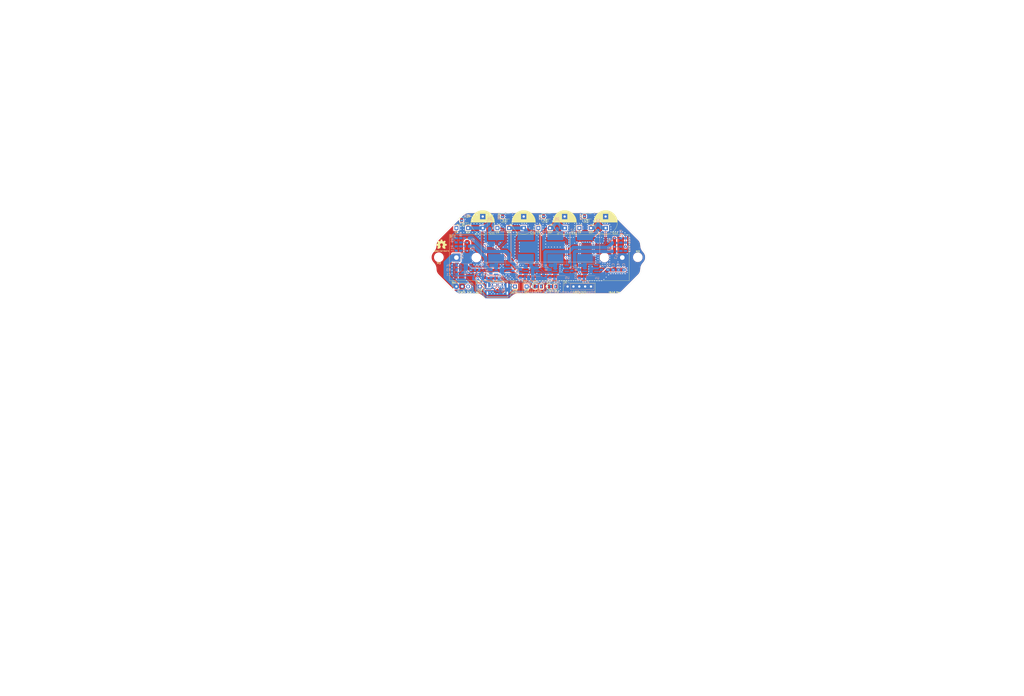
<source format=kicad_pcb>
(kicad_pcb (version 20171130) (host pcbnew 5.1.5-52549c5~84~ubuntu19.10.1)
  (layers (0 F.Cu signal) (31 B.Cu signal) (34 B.Paste user) (35 F.Paste user) (36 B.SilkS user) (37 F.SilkS user) (38 B.Mask user) (39 F.Mask user) (44 Edge.Cuts user))
  (net 0 "")
  (net 1 GND)
  (net 2 +5V)
  (net 3 VDC)
  (net 4 "Net-(C6-Pad1)")
  (net 5 "Net-(C7-Pad1)")
  (net 6 "Net-(C8-Pad1)")
  (net 7 "Net-(C9-Pad1)")
  (net 8 "Net-(D1-Pad2)")
  (net 9 "Net-(D1-Pad1)")
  (net 10 "Net-(D2-Pad2)")
  (net 11 "Net-(D2-Pad1)")
  (net 12 "Net-(C12-Pad1)")
  (net 13 "Net-(D7-Pad1)")
  (net 14 "Net-(C13-Pad1)")
  (net 15 "Net-(D8-Pad1)")
  (net 16 "Net-(C11-Pad1)")
  (net 17 "Net-(D9-Pad1)")
  (net 18 "Net-(C10-Pad1)")
  (net 19 "Net-(D10-Pad1)")
  (net 20 "Net-(J5-Pad1)")
  (net 21 "Net-(J6-Pad1)")
  (net 22 "Net-(J7-Pad1)")
  (net 23 "Net-(J8-Pad1)")
  (net 24 "Net-(Q1-Pad2)")
  (net 25 "Net-(Q1-Pad1)")
  (net 26 "Net-(Q2-Pad2)")
  (net 27 "Net-(Q2-Pad1)")
  (net 28 "Net-(Q3-Pad2)")
  (net 29 "Net-(Q3-Pad1)")
  (net 30 "Net-(Q4-Pad2)")
  (net 31 "Net-(Q4-Pad1)")
  (net 32 "Net-(R3-Pad1)")
  (net 33 "Net-(R4-Pad1)")
  (net 34 "Net-(R5-Pad2)")
  (net 35 "Net-(R16-Pad2)")
  (net 36 "Net-(L1-Pad1)")
  (net 37 "Net-(L2-Pad1)")
  (net 38 "Net-(L3-Pad1)")
  (net 39 "Net-(R20-Pad2)")
  (net 40 "Net-(R22-Pad2)")
  (net 41 "Net-(R24-Pad2)")
  (net 42 VFB_3v3)
  (net 43 "Net-(BT1-Pad1)")
  (net 44 "Net-(D3-Pad1)")
  (net 45 "Net-(D4-Pad2)")
  (net 46 "Net-(D5-Pad2)")
  (net 47 "Net-(D6-Pad2)")
  (net 48 "Net-(J13-PadA5)")
  (net 49 "Net-(J13-PadB5)")
  (net 50 /usb-)
  (net 51 /usb+)
  (net 52 "Net-(F1-Pad2)")
  (module isomorph:pulse-logo-mask (layer F.Cu) (at 182.9308 73.66)
    (fp_text reference G*** hide)
    (fp_text value LOGO hide)
  )
  (module Symbol:OSHW-Logo2_7.3x6mm_SilkScreen (layer F.Cu) (at 110.363 56.007)
    (fp_text reference REF** hide)
    (fp_text value OSHW-Logo2_7.3x6mm_SilkScreen hide)
  )
  (module isomorph:L_Bourns_SRR1208 (layer B.Cu) (at 146.939 56.515 90)
    (fp_text reference L4 (at 7.112 2.794) (layer B.SilkS) (effects (justify mirror)))
    (fp_text value SRR1280-221K)
    (pad 2 smd rect (at 4.953 0 90) (size 4 7) (layers B.Cu B.Paste B.Mask) (net 18 "Net-(C10-Pad1)"))
    (pad 1 smd rect (at -5.0165 0 90) (size 4 7) (layers B.Cu B.Paste B.Mask) (net 44 "Net-(D3-Pad1)"))
  )
  (module isomorph:L_Bourns_SRR1208 (layer B.Cu) (at 159.766 56.515 90)
    (fp_text reference L3 (at 7.112 -4.699) (layer B.SilkS) (effects (justify mirror)))
    (fp_text value SRR1280-221K)
    (pad 2 smd rect (at 4.953 0 90) (size 4 7) (layers B.Cu B.Paste B.Mask) (net 47 "Net-(D6-Pad2)"))
    (pad 1 smd rect (at -5.0165 0 90) (size 4 7) (layers B.Cu B.Paste B.Mask) (net 38 "Net-(L3-Pad1)"))
  )
  (module isomorph:L_Bourns_SRR1208 (layer B.Cu) (at 172.593 56.515 90)
    (fp_text reference L2 (at 7.239 -5.334) (layer B.SilkS) (effects (justify mirror)))
    (fp_text value SRR1280-221K)
    (pad 2 smd rect (at 4.953 0 90) (size 4 7) (layers B.Cu B.Paste B.Mask) (net 46 "Net-(D5-Pad2)"))
    (pad 1 smd rect (at -5.0165 0 90) (size 4 7) (layers B.Cu B.Paste B.Mask) (net 37 "Net-(L2-Pad1)"))
  )
  (module isomorph:L_Bourns_SRR1208 (layer B.Cu) (at 134.112 56.515 90)
    (fp_text reference L1 (at 7.112 2.921) (layer B.SilkS) (effects (justify mirror)))
    (fp_text value SRR1280-221K)
    (pad 2 smd rect (at 4.953 0 90) (size 4 7) (layers B.Cu B.Paste B.Mask) (net 45 "Net-(D4-Pad2)"))
    (pad 1 smd rect (at -5.0165 0 90) (size 4 7) (layers B.Cu B.Paste B.Mask) (net 36 "Net-(L1-Pad1)"))
  )
  (module Capacitor_SMD:C_0805_2012Metric (layer B.Cu) (at 125.095 70.231)
    (fp_text reference F1 (at 0 -1.524 180) (layer B.SilkS) (effects (justify mirror)))
    (fp_text value 1.5A)
    (pad 2 smd roundrect (at 0.9375 0) (size 0.975 1.4) (layers B.Cu B.Paste B.Mask) (net 52 "Net-(F1-Pad2)"))
    (pad 1 smd roundrect (at -0.9375 0) (size 0.975 1.4) (layers B.Cu B.Paste B.Mask) (net 2 +5V))
  )
  (module Resistor_SMD:R_0805_2012Metric (layer B.Cu) (at 157.48 65.405 90)
    (fp_text reference R19 (at 0 -1.651 270) (layer B.SilkS) (effects (justify mirror)))
    (fp_text value 0R22)
    (pad 2 smd roundrect (at 0.9375 0 90) (size 0.975 1.4) (layers B.Cu B.Paste B.Mask) (net 38 "Net-(L3-Pad1)"))
    (pad 1 smd roundrect (at -0.9375 0 90) (size 0.975 1.4) (layers B.Cu B.Paste B.Mask) (net 30 "Net-(Q4-Pad2)"))
  )
  (module isomorph:GCT_USB4085-GF-A_REVA (layer F.Cu) (at 134.62 76.2)
    (fp_text reference J13 hide)
    (fp_text value USB4085-GF-A_REVA)
    (pad A1 thru_hole circle (at -2.975 -4.025) (size 0.65 0.65) (drill 0.4) (layers *.Cu *.Mask) (net 1 GND))
    (pad A4 thru_hole circle (at -2.125 -4.025) (size 0.65 0.65) (drill 0.4) (layers *.Cu *.Mask) (net 52 "Net-(F1-Pad2)"))
    (pad A5 thru_hole circle (at -1.275 -4.025) (size 0.65 0.65) (drill 0.4) (layers *.Cu *.Mask) (net 48 "Net-(J13-PadA5)"))
    (pad A6 thru_hole circle (at -0.425 -4.025) (size 0.65 0.65) (drill 0.4) (layers *.Cu *.Mask) (net 51 /usb+))
    (pad A7 thru_hole circle (at 0.425 -4.025) (size 0.65 0.65) (drill 0.4) (layers *.Cu *.Mask) (net 50 /usb-))
    (pad A8 thru_hole circle (at 1.275 -4.025) (size 0.65 0.65) (drill 0.4) (layers *.Cu *.Mask))
    (pad A9 thru_hole circle (at 2.125 -4.025) (size 0.65 0.65) (drill 0.4) (layers *.Cu *.Mask) (net 52 "Net-(F1-Pad2)"))
    (pad A12 thru_hole circle (at 2.975 -4.025) (size 0.65 0.65) (drill 0.4) (layers *.Cu *.Mask) (net 1 GND))
    (pad B1 thru_hole circle (at 2.975 -2.675) (size 0.65 0.65) (drill 0.4) (layers *.Cu *.Mask) (net 1 GND))
    (pad B4 thru_hole circle (at 2.125 -2.675) (size 0.65 0.65) (drill 0.4) (layers *.Cu *.Mask) (net 52 "Net-(F1-Pad2)"))
    (pad B5 thru_hole circle (at 1.275 -2.675) (size 0.65 0.65) (drill 0.4) (layers *.Cu *.Mask) (net 49 "Net-(J13-PadB5)"))
    (pad B6 thru_hole circle (at 0.425 -2.675) (size 0.65 0.65) (drill 0.4) (layers *.Cu *.Mask) (net 51 /usb+))
    (pad B7 thru_hole circle (at -0.425 -2.675) (size 0.65 0.65) (drill 0.4) (layers *.Cu *.Mask) (net 50 /usb-))
    (pad B8 thru_hole circle (at -1.275 -2.675) (size 0.65 0.65) (drill 0.4) (layers *.Cu *.Mask))
    (pad B9 thru_hole circle (at -2.125 -2.675) (size 0.65 0.65) (drill 0.4) (layers *.Cu *.Mask) (net 52 "Net-(F1-Pad2)"))
    (pad B12 thru_hole circle (at -2.975 -2.675) (size 0.65 0.65) (drill 0.4) (layers *.Cu *.Mask) (net 1 GND))
    (pad P1 thru_hole oval (at -4.325 -3.045) (size 1.108 2.216) (drill oval 0.6 2.1) (layers *.Cu *.Mask) (net 1 GND))
    (pad P2 thru_hole oval (at 4.325 -3.045) (size 1.108 2.216) (drill oval 0.6 2.1) (layers *.Cu *.Mask) (net 1 GND))
    (pad P3 thru_hole oval (at 4.325 0.335) (size 1.108 2.216) (drill oval 0.6 1.4) (layers *.Cu *.Mask) (net 1 GND))
    (pad P4 thru_hole oval (at -4.325 0.335) (size 1.108 2.216) (drill oval 0.6 1.4) (layers *.Cu *.Mask) (net 1 GND))
  )
  (module Connector_PinHeader_2.54mm:PinHeader_1x01_P2.54mm_Vertical (layer B.Cu) (at 127 73.66)
    (fp_text reference J1 (at -1.016 -1.778) (layer F.SilkS) (effects (font (size 0.8 0.8))))
    (fp_text value D-)
    (pad 1 thru_hole rect (at 0 0) (size 1.7 1.7) (drill 1) (layers *.Cu *.Mask) (net 50 /usb-))
  )
  (module MountingHole:MountingHole_3.2mm_M3 (layer F.Cu) (at 195.58 60.96)
    (fp_text reference H2 hide)
    (fp_text value MountingHole)
    (pad 1 np_thru_hole circle (at 0 0) (size 3.2 3.2) (drill 3.2) (layers *.Cu *.Mask))
  )
  (module MountingHole:MountingHole_3.2mm_M3 (layer F.Cu) (at 109.22 60.96)
    (fp_text reference H1 hide)
    (fp_text value MountingHole)
    (pad 1 np_thru_hole circle (at 0 0) (size 3.2 3.2) (drill 3.2) (layers *.Cu *.Mask))
  )
  (module Diode_SMD:D_SOD-123F (layer B.Cu) (at 160.528 47.117 270)
    (fp_text reference D6 (at -2.921 0 180) (layer B.SilkS) (effects (justify mirror)))
    (fp_text value NRVTS260ESFT3G)
    (pad 2 smd rect (at 1.4 0 270) (size 1.1 1.1) (layers B.Cu B.Paste B.Mask) (net 47 "Net-(D6-Pad2)"))
    (pad 1 smd rect (at -1.4 0 270) (size 1.1 1.1) (layers B.Cu B.Paste B.Mask) (net 14 "Net-(C13-Pad1)"))
  )
  (module Diode_SMD:D_SOD-123F (layer B.Cu) (at 178.308 47.876 270)
    (fp_text reference D5 (at -2.918 0) (layer B.SilkS) (effects (justify mirror)))
    (fp_text value NRVTS260ESFT3G)
    (pad 2 smd rect (at 1.4 0 270) (size 1.1 1.1) (layers B.Cu B.Paste B.Mask) (net 46 "Net-(D5-Pad2)"))
    (pad 1 smd rect (at -1.4 0 270) (size 1.1 1.1) (layers B.Cu B.Paste B.Mask) (net 12 "Net-(C12-Pad1)"))
  )
  (module Diode_SMD:D_SOD-123F (layer B.Cu) (at 131.317999 46.99 270)
    (fp_text reference D4 (at -2.921 -0.000001 180) (layer B.SilkS) (effects (justify mirror)))
    (fp_text value NRVTS260ESFT3G)
    (pad 2 smd rect (at 1.4 0 270) (size 1.1 1.1) (layers B.Cu B.Paste B.Mask) (net 45 "Net-(D4-Pad2)"))
    (pad 1 smd rect (at -1.4 0 270) (size 1.1 1.1) (layers B.Cu B.Paste B.Mask) (net 16 "Net-(C11-Pad1)"))
  )
  (module Diode_SMD:D_SOD-123F (layer B.Cu) (at 151.511 70.231)
    (fp_text reference D3 (at -0.127 1.778) (layer B.SilkS) (effects (justify mirror)))
    (fp_text value NRVTS260ESFT3G)
    (pad 2 smd rect (at 1.4 0) (size 1.1 1.1) (layers B.Cu B.Paste B.Mask) (net 1 GND))
    (pad 1 smd rect (at -1.4 0) (size 1.1 1.1) (layers B.Cu B.Paste B.Mask) (net 44 "Net-(D3-Pad1)"))
  )
  (module Capacitor_THT:CP_Radial_D10.0mm_P5.00mm (layer F.Cu) (at 163.83 48.26 90)
    (fp_text reference C13 (at -2.159 4.064) (layer F.SilkS) (effects (font (size 0.8 0.8))))
    (fp_text value 470uF)
    (pad 2 thru_hole circle (at 5 0 90) (size 2 2) (drill 1) (layers *.Cu *.Mask) (net 1 GND))
    (pad 1 thru_hole rect (at 0 0 90) (size 2 2) (drill 1) (layers *.Cu *.Mask) (net 14 "Net-(C13-Pad1)"))
  )
  (module Capacitor_THT:CP_Radial_D10.0mm_P5.00mm (layer F.Cu) (at 181.61 48.26 90)
    (fp_text reference C12 (at -2.159 4.191) (layer F.SilkS) (effects (font (size 0.8 0.8))))
    (fp_text value 470uF)
    (pad 2 thru_hole circle (at 5 0 90) (size 2 2) (drill 1) (layers *.Cu *.Mask) (net 1 GND))
    (pad 1 thru_hole rect (at 0 0 90) (size 2 2) (drill 1) (layers *.Cu *.Mask) (net 12 "Net-(C12-Pad1)"))
  )
  (module Capacitor_THT:CP_Radial_D10.0mm_P5.00mm (layer F.Cu) (at 128.27 48.26 90)
    (fp_text reference C11 (at -2.159 4.064 180) (layer F.SilkS) (effects (font (size 0.8 0.8))))
    (fp_text value 470uF)
    (pad 2 thru_hole circle (at 5 0 90) (size 2 2) (drill 1) (layers *.Cu *.Mask) (net 1 GND))
    (pad 1 thru_hole rect (at 0 0 90) (size 2 2) (drill 1) (layers *.Cu *.Mask) (net 16 "Net-(C11-Pad1)"))
  )
  (module Capacitor_THT:CP_Radial_D10.0mm_P5.00mm (layer F.Cu) (at 146.05 48.26 90)
    (fp_text reference C10 (at -2.159 4.064 180) (layer F.SilkS) (effects (font (size 0.8 0.8))))
    (fp_text value 470uF)
    (pad 2 thru_hole circle (at 5 0 90) (size 2 2) (drill 1) (layers *.Cu *.Mask) (net 1 GND))
    (pad 1 thru_hole rect (at 0 0 90) (size 2 2) (drill 1) (layers *.Cu *.Mask) (net 18 "Net-(C10-Pad1)"))
  )
  (module Battery:BatteryHolder_MPD_BH-18650-PC2 (layer F.Cu) (at 116.84 61.087)
    (fp_text reference BT1 (at -1.524 -9.144) (layer F.SilkS))
    (fp_text value "18650 button cell")
    (pad "" np_thru_hole circle (at 64.255 0) (size 3.2 3.2) (drill 3.2) (layers *.Cu *.Mask))
    (pad "" np_thru_hole circle (at 8.645 0) (size 3.2 3.2) (drill 3.2) (layers *.Cu *.Mask))
    (pad 1 thru_hole rect (at 0 0) (size 3.5 3.5) (drill 2) (layers *.Cu *.Mask) (net 43 "Net-(BT1-Pad1)"))
    (pad 2 thru_hole circle (at 72 0) (size 3.5 3.5) (drill 2) (layers *.Cu *.Mask) (net 1 GND))
  )
  (module Package_SO:SOIC-8_3.9x4.9mm_P1.27mm (layer B.Cu) (at 162.241 66.421 180)
    (fp_text reference U5 (at -2.732 -3.429) (layer B.SilkS) (effects (justify mirror)))
    (fp_text value MC34063AD)
    (pad 8 smd roundrect (at 2.475 1.905 180) (size 1.95 0.6) (layers B.Cu B.Paste B.Mask) (net 38 "Net-(L3-Pad1)"))
    (pad 7 smd roundrect (at 2.475 0.635 180) (size 1.95 0.6) (layers B.Cu B.Paste B.Mask) (net 38 "Net-(L3-Pad1)"))
    (pad 6 smd roundrect (at 2.475 -0.635 180) (size 1.95 0.6) (layers B.Cu B.Paste B.Mask) (net 30 "Net-(Q4-Pad2)"))
    (pad 5 smd roundrect (at 2.475 -1.905 180) (size 1.95 0.6) (layers B.Cu B.Paste B.Mask) (net 41 "Net-(R24-Pad2)"))
    (pad 4 smd roundrect (at -2.475 -1.905 180) (size 1.95 0.6) (layers B.Cu B.Paste B.Mask) (net 1 GND))
    (pad 3 smd roundrect (at -2.475 -0.635 180) (size 1.95 0.6) (layers B.Cu B.Paste B.Mask) (net 7 "Net-(C9-Pad1)"))
    (pad 2 smd roundrect (at -2.475 0.635 180) (size 1.95 0.6) (layers B.Cu B.Paste B.Mask) (net 1 GND))
    (pad 1 smd roundrect (at -2.475 1.905 180) (size 1.95 0.6) (layers B.Cu B.Paste B.Mask) (net 47 "Net-(D6-Pad2)"))
  )
  (module Package_SO:SOIC-8_3.9x4.9mm_P1.27mm (layer B.Cu) (at 175.068 66.421 180)
    (fp_text reference U4 (at -2.859 -3.556) (layer B.SilkS) (effects (justify mirror)))
    (fp_text value MC34063AD)
    (pad 8 smd roundrect (at 2.475 1.905 180) (size 1.95 0.6) (layers B.Cu B.Paste B.Mask) (net 37 "Net-(L2-Pad1)"))
    (pad 7 smd roundrect (at 2.475 0.635 180) (size 1.95 0.6) (layers B.Cu B.Paste B.Mask) (net 37 "Net-(L2-Pad1)"))
    (pad 6 smd roundrect (at 2.475 -0.635 180) (size 1.95 0.6) (layers B.Cu B.Paste B.Mask) (net 28 "Net-(Q3-Pad2)"))
    (pad 5 smd roundrect (at 2.475 -1.905 180) (size 1.95 0.6) (layers B.Cu B.Paste B.Mask) (net 40 "Net-(R22-Pad2)"))
    (pad 4 smd roundrect (at -2.475 -1.905 180) (size 1.95 0.6) (layers B.Cu B.Paste B.Mask) (net 1 GND))
    (pad 3 smd roundrect (at -2.475 -0.635 180) (size 1.95 0.6) (layers B.Cu B.Paste B.Mask) (net 6 "Net-(C8-Pad1)"))
    (pad 2 smd roundrect (at -2.475 0.635 180) (size 1.95 0.6) (layers B.Cu B.Paste B.Mask) (net 1 GND))
    (pad 1 smd roundrect (at -2.475 1.905 180) (size 1.95 0.6) (layers B.Cu B.Paste B.Mask) (net 46 "Net-(D5-Pad2)"))
  )
  (module Package_SO:SOIC-8_3.9x4.9mm_P1.27mm (layer B.Cu) (at 136.587 66.421 180)
    (fp_text reference U3 (at -2.732 -3.556) (layer B.SilkS) (effects (justify mirror)))
    (fp_text value MC34063AD)
    (pad 8 smd roundrect (at 2.475 1.905 180) (size 1.95 0.6) (layers B.Cu B.Paste B.Mask) (net 36 "Net-(L1-Pad1)"))
    (pad 7 smd roundrect (at 2.475 0.635 180) (size 1.95 0.6) (layers B.Cu B.Paste B.Mask) (net 36 "Net-(L1-Pad1)"))
    (pad 6 smd roundrect (at 2.475 -0.635 180) (size 1.95 0.6) (layers B.Cu B.Paste B.Mask) (net 26 "Net-(Q2-Pad2)"))
    (pad 5 smd roundrect (at 2.475 -1.905 180) (size 1.95 0.6) (layers B.Cu B.Paste B.Mask) (net 39 "Net-(R20-Pad2)"))
    (pad 4 smd roundrect (at -2.475 -1.905 180) (size 1.95 0.6) (layers B.Cu B.Paste B.Mask) (net 1 GND))
    (pad 3 smd roundrect (at -2.475 -0.635 180) (size 1.95 0.6) (layers B.Cu B.Paste B.Mask) (net 5 "Net-(C7-Pad1)"))
    (pad 2 smd roundrect (at -2.475 0.635 180) (size 1.95 0.6) (layers B.Cu B.Paste B.Mask) (net 1 GND))
    (pad 1 smd roundrect (at -2.475 1.905 180) (size 1.95 0.6) (layers B.Cu B.Paste B.Mask) (net 45 "Net-(D4-Pad2)"))
  )
  (module Package_SO:SOIC-8_3.9x4.9mm_P1.27mm (layer B.Cu) (at 149.414 66.294 180)
    (fp_text reference U2 (at -4.383 1.778 -90) (layer B.SilkS) (effects (justify mirror)))
    (fp_text value MC34063AD)
    (pad 8 smd roundrect (at 2.475 1.905 180) (size 1.95 0.6) (layers B.Cu B.Paste B.Mask) (net 35 "Net-(R16-Pad2)"))
    (pad 7 smd roundrect (at 2.475 0.635 180) (size 1.95 0.6) (layers B.Cu B.Paste B.Mask) (net 35 "Net-(R16-Pad2)"))
    (pad 6 smd roundrect (at 2.475 -0.635 180) (size 1.95 0.6) (layers B.Cu B.Paste B.Mask) (net 24 "Net-(Q1-Pad2)"))
    (pad 5 smd roundrect (at 2.475 -1.905 180) (size 1.95 0.6) (layers B.Cu B.Paste B.Mask) (net 42 VFB_3v3))
    (pad 4 smd roundrect (at -2.475 -1.905 180) (size 1.95 0.6) (layers B.Cu B.Paste B.Mask) (net 1 GND))
    (pad 3 smd roundrect (at -2.475 -0.635 180) (size 1.95 0.6) (layers B.Cu B.Paste B.Mask) (net 4 "Net-(C6-Pad1)"))
    (pad 2 smd roundrect (at -2.475 0.635 180) (size 1.95 0.6) (layers B.Cu B.Paste B.Mask) (net 44 "Net-(D3-Pad1)"))
    (pad 1 smd roundrect (at -2.475 1.905 180) (size 1.95 0.6) (layers B.Cu B.Paste B.Mask) (net 35 "Net-(R16-Pad2)"))
  )
  (module Package_SO:MSOP-10-1EP_3x3mm_P0.5mm_EP1.68x1.88mm (layer B.Cu) (at 120.904 65.405)
    (fp_text reference U1 (at 0 2.45) (layer B.SilkS) (effects (justify mirror)))
    (fp_text value BQ2409X)
    (pad 10 smd roundrect (at 2.15 1) (size 1.45 0.3) (layers B.Cu B.Paste B.Mask) (net 3 VDC))
    (pad 9 smd roundrect (at 2.15 0.5) (size 1.45 0.3) (layers B.Cu B.Paste B.Mask) (net 34 "Net-(R5-Pad2)"))
    (pad 8 smd roundrect (at 2.15 0) (size 1.45 0.3) (layers B.Cu B.Paste B.Mask) (net 11 "Net-(D2-Pad1)"))
    (pad 7 smd roundrect (at 2.15 -0.5) (size 1.45 0.3) (layers B.Cu B.Paste B.Mask) (net 1 GND))
    (pad 6 smd roundrect (at 2.15 -1) (size 1.45 0.3) (layers B.Cu B.Paste B.Mask))
    (pad 5 smd roundrect (at -2.15 -1) (size 1.45 0.3) (layers B.Cu B.Paste B.Mask) (net 9 "Net-(D1-Pad1)"))
    (pad 4 smd roundrect (at -2.15 -0.5) (size 1.45 0.3) (layers B.Cu B.Paste B.Mask) (net 33 "Net-(R4-Pad1)"))
    (pad 3 smd roundrect (at -2.15 0) (size 1.45 0.3) (layers B.Cu B.Paste B.Mask) (net 1 GND))
    (pad 2 smd roundrect (at -2.15 0.5) (size 1.45 0.3) (layers B.Cu B.Paste B.Mask) (net 32 "Net-(R3-Pad1)"))
    (pad 1 smd roundrect (at -2.15 1) (size 1.45 0.3) (layers B.Cu B.Paste B.Mask) (net 2 +5V))
    (pad 11 smd roundrect (at 0 0) (size 1.68 1.88) (layers B.Cu B.Mask) (roundrect_rratio 0.14881) (net 1 GND))
  )
  (module Connector_PinHeader_2.54mm:PinHeader_1x03_P2.54mm_Vertical (layer B.Cu) (at 116.84 73.66 270)
    (fp_text reference SW1 (at -1.651 0.889) (layer F.SilkS) (effects (font (size 0.6 0.6))))
    (fp_text value "Power Switch")
    (pad 3 thru_hole oval (at 0 -5.08 270) (size 1.7 1.7) (drill 1) (layers *.Cu *.Mask))
    (pad 2 thru_hole oval (at 0 -2.54 270) (size 1.7 1.7) (drill 1) (layers *.Cu *.Mask) (net 3 VDC))
    (pad 1 thru_hole rect (at 0 0 270) (size 1.7 1.7) (drill 1) (layers *.Cu *.Mask) (net 43 "Net-(BT1-Pad1)"))
  )
  (module Resistor_SMD:R_0805_2012Metric (layer B.Cu) (at 136.779 44.323 270)
    (fp_text reference R31 (at -0.635 1.524 270) (layer B.SilkS) (effects (font (size 0.8 0.8)) (justify mirror)))
    (fp_text value 1k)
    (pad 2 smd roundrect (at 0.9375 0 270) (size 0.975 1.4) (layers B.Cu B.Paste B.Mask) (net 1 GND))
    (pad 1 smd roundrect (at -0.9375 0 270) (size 0.975 1.4) (layers B.Cu B.Paste B.Mask) (net 19 "Net-(D10-Pad1)"))
  )
  (module Resistor_SMD:R_0805_2012Metric (layer B.Cu) (at 119.126 45.974 270)
    (fp_text reference R30 (at -3.048 -2.413) (layer B.SilkS) (effects (justify mirror)))
    (fp_text value 1k5)
    (pad 2 smd roundrect (at 0.9375 0 270) (size 0.975 1.4) (layers B.Cu B.Paste B.Mask) (net 1 GND))
    (pad 1 smd roundrect (at -0.9375 0 270) (size 0.975 1.4) (layers B.Cu B.Paste B.Mask) (net 17 "Net-(D9-Pad1)"))
  )
  (module Resistor_SMD:R_0805_2012Metric (layer B.Cu) (at 154.686 44.196 270)
    (fp_text reference R29 (at -0.635 1.524 90) (layer B.SilkS) (effects (font (size 0.8 0.8)) (justify mirror)))
    (fp_text value 6k8)
    (pad 2 smd roundrect (at 0.9375 0 270) (size 0.975 1.4) (layers B.Cu B.Paste B.Mask) (net 1 GND))
    (pad 1 smd roundrect (at -0.9375 0 270) (size 0.975 1.4) (layers B.Cu B.Paste B.Mask) (net 15 "Net-(D8-Pad1)"))
  )
  (module Resistor_SMD:R_0805_2012Metric (layer B.Cu) (at 172.466 44.147499 270)
    (fp_text reference R28 (at -0.586499 1.524 90) (layer B.SilkS) (effects (font (size 0.8 0.8)) (justify mirror)))
    (fp_text value 3k3)
    (pad 2 smd roundrect (at 0.9375 0 270) (size 0.975 1.4) (layers B.Cu B.Paste B.Mask) (net 1 GND))
    (pad 1 smd roundrect (at -0.9375 0 270) (size 0.975 1.4) (layers B.Cu B.Paste B.Mask) (net 13 "Net-(D7-Pad1)"))
  )
  (module Resistor_SMD:R_0805_2012Metric (layer B.Cu) (at 147.447 70.104)
    (fp_text reference R27 (at 0 1.524) (layer B.SilkS) (effects (justify mirror)))
    (fp_text value 3k3)
    (pad 2 smd roundrect (at 0.9375 0) (size 0.975 1.4) (layers B.Cu B.Paste B.Mask) (net 1 GND))
    (pad 1 smd roundrect (at -0.9375 0) (size 0.975 1.4) (layers B.Cu B.Paste B.Mask) (net 42 VFB_3v3))
  )
  (module Resistor_SMD:R_0805_2012Metric (layer B.Cu) (at 144.653 68.8975 270)
    (fp_text reference R26 (at 0 1.524 90) (layer B.SilkS) (effects (justify mirror)))
    (fp_text value 5k6)
    (pad 2 smd roundrect (at 0.9375 0 270) (size 0.975 1.4) (layers B.Cu B.Paste B.Mask) (net 42 VFB_3v3))
    (pad 1 smd roundrect (at -0.9375 0 270) (size 0.975 1.4) (layers B.Cu B.Paste B.Mask) (net 18 "Net-(C10-Pad1)"))
  )
  (module Resistor_SMD:R_0805_2012Metric (layer B.Cu) (at 160.3525 70.231)
    (fp_text reference R25 (at 0 1.65) (layer B.SilkS) (effects (justify mirror)))
    (fp_text value 3k3)
    (pad 2 smd roundrect (at 0.9375 0) (size 0.975 1.4) (layers B.Cu B.Paste B.Mask) (net 1 GND))
    (pad 1 smd roundrect (at -0.9375 0) (size 0.975 1.4) (layers B.Cu B.Paste B.Mask) (net 41 "Net-(R24-Pad2)"))
  )
  (module Resistor_SMD:R_0805_2012Metric (layer B.Cu) (at 157.48 68.8975 270)
    (fp_text reference R24 (at 2.3495 0.254 180) (layer B.SilkS) (effects (justify mirror)))
    (fp_text value 60k)
    (pad 2 smd roundrect (at 0.9375 0 270) (size 0.975 1.4) (layers B.Cu B.Paste B.Mask) (net 41 "Net-(R24-Pad2)"))
    (pad 1 smd roundrect (at -0.9375 0 270) (size 0.975 1.4) (layers B.Cu B.Paste B.Mask) (net 14 "Net-(C13-Pad1)"))
  )
  (module Resistor_SMD:R_0805_2012Metric (layer B.Cu) (at 173.101 70.231)
    (fp_text reference R23 (at 0 1.65) (layer B.SilkS) (effects (justify mirror)))
    (fp_text value 3k3)
    (pad 2 smd roundrect (at 0.9375 0) (size 0.975 1.4) (layers B.Cu B.Paste B.Mask) (net 1 GND))
    (pad 1 smd roundrect (at -0.9375 0) (size 0.975 1.4) (layers B.Cu B.Paste B.Mask) (net 40 "Net-(R22-Pad2)"))
  )
  (module Resistor_SMD:R_0805_2012Metric (layer B.Cu) (at 170.307 68.961 270)
    (fp_text reference R22 (at 0 1.524 90) (layer B.SilkS) (effects (justify mirror)))
    (fp_text value 29k)
    (pad 2 smd roundrect (at 0.9375 0 270) (size 0.975 1.4) (layers B.Cu B.Paste B.Mask) (net 40 "Net-(R22-Pad2)"))
    (pad 1 smd roundrect (at -0.9375 0 270) (size 0.975 1.4) (layers B.Cu B.Paste B.Mask) (net 12 "Net-(C12-Pad1)"))
  )
  (module Resistor_SMD:R_0805_2012Metric (layer B.Cu) (at 134.62 70.231)
    (fp_text reference R21 (at 2.286 0.127 -90) (layer B.SilkS) (effects (justify mirror)))
    (fp_text value 3k3)
    (pad 2 smd roundrect (at 0.9375 0) (size 0.975 1.4) (layers B.Cu B.Paste B.Mask) (net 1 GND))
    (pad 1 smd roundrect (at -0.9375 0) (size 0.975 1.4) (layers B.Cu B.Paste B.Mask) (net 39 "Net-(R20-Pad2)"))
  )
  (module Resistor_SMD:R_0805_2012Metric (layer B.Cu) (at 131.826 68.834 270)
    (fp_text reference R20 (at -1.143 1.65 90) (layer B.SilkS) (effects (justify mirror)))
    (fp_text value 10k)
    (pad 2 smd roundrect (at 0.9375 0 270) (size 0.975 1.4) (layers B.Cu B.Paste B.Mask) (net 39 "Net-(R20-Pad2)"))
    (pad 1 smd roundrect (at -0.9375 0 270) (size 0.975 1.4) (layers B.Cu B.Paste B.Mask) (net 16 "Net-(C11-Pad1)"))
  )
  (module Resistor_SMD:R_0805_2012Metric (layer B.Cu) (at 170.307 65.4535 90)
    (fp_text reference R18 (at 0 -1.524 90) (layer B.SilkS) (effects (justify mirror)))
    (fp_text value 0R22)
    (pad 2 smd roundrect (at 0.9375 0 90) (size 0.975 1.4) (layers B.Cu B.Paste B.Mask) (net 37 "Net-(L2-Pad1)"))
    (pad 1 smd roundrect (at -0.9375 0 90) (size 0.975 1.4) (layers B.Cu B.Paste B.Mask) (net 28 "Net-(Q3-Pad2)"))
  )
  (module Resistor_SMD:R_0805_2012Metric (layer B.Cu) (at 131.826 65.405 90)
    (fp_text reference R17 (at 0.889 -1.651 270) (layer B.SilkS) (effects (justify mirror)))
    (fp_text value 0R22)
    (pad 2 smd roundrect (at 0.9375 0 90) (size 0.975 1.4) (layers B.Cu B.Paste B.Mask) (net 36 "Net-(L1-Pad1)"))
    (pad 1 smd roundrect (at -0.9375 0 90) (size 0.975 1.4) (layers B.Cu B.Paste B.Mask) (net 26 "Net-(Q2-Pad2)"))
  )
  (module Resistor_SMD:R_0805_2012Metric (layer B.Cu) (at 144.653 65.405 90)
    (fp_text reference R16 (at 0 -1.524 90) (layer B.SilkS) (effects (justify mirror)))
    (fp_text value 0R22)
    (pad 2 smd roundrect (at 0.9375 0 90) (size 0.975 1.4) (layers B.Cu B.Paste B.Mask) (net 35 "Net-(R16-Pad2)"))
    (pad 1 smd roundrect (at -0.9375 0 90) (size 0.975 1.4) (layers B.Cu B.Paste B.Mask) (net 24 "Net-(Q1-Pad2)"))
  )
  (module Resistor_SMD:R_0805_2012Metric (layer B.Cu) (at 190.246 53.6425 90)
    (fp_text reference R15 (at 0 1.65 270) (layer B.SilkS) (effects (justify mirror)))
    (fp_text value 1k)
    (pad 2 smd roundrect (at 0.9375 0 90) (size 0.975 1.4) (layers B.Cu B.Paste B.Mask) (net 23 "Net-(J8-Pad1)"))
    (pad 1 smd roundrect (at -0.9375 0 90) (size 0.975 1.4) (layers B.Cu B.Paste B.Mask) (net 31 "Net-(Q4-Pad1)"))
  )
  (module Resistor_SMD:R_0805_2012Metric (layer B.Cu) (at 188.214001 53.6725 270)
    (fp_text reference R14 (at -3.2535 0.000001 90) (layer B.SilkS) (effects (justify mirror)))
    (fp_text value 10k)
    (pad 2 smd roundrect (at 0.9375 0 270) (size 0.975 1.4) (layers B.Cu B.Paste B.Mask) (net 31 "Net-(Q4-Pad1)"))
    (pad 1 smd roundrect (at -0.9375 0 270) (size 0.975 1.4) (layers B.Cu B.Paste B.Mask) (net 3 VDC))
  )
  (module Resistor_SMD:R_0805_2012Metric (layer B.Cu) (at 190.246 57.277 90)
    (fp_text reference R13 (at 0 1.65 90) (layer B.SilkS) (effects (justify mirror)))
    (fp_text value 1k)
    (pad 2 smd roundrect (at 0.9375 0 90) (size 0.975 1.4) (layers B.Cu B.Paste B.Mask) (net 22 "Net-(J7-Pad1)"))
    (pad 1 smd roundrect (at -0.9375 0 90) (size 0.975 1.4) (layers B.Cu B.Paste B.Mask) (net 29 "Net-(Q3-Pad1)"))
  )
  (module Resistor_SMD:R_0805_2012Metric (layer B.Cu) (at 188.214 57.277 270)
    (fp_text reference R12 (at 3.175 1.905 247.5) (layer B.SilkS) (effects (justify mirror)))
    (fp_text value 10k)
    (pad 2 smd roundrect (at 0.9375 0 270) (size 0.975 1.4) (layers B.Cu B.Paste B.Mask) (net 29 "Net-(Q3-Pad1)"))
    (pad 1 smd roundrect (at -0.9375 0 270) (size 0.975 1.4) (layers B.Cu B.Paste B.Mask) (net 3 VDC))
  )
  (module Resistor_SMD:R_0805_2012Metric (layer B.Cu) (at 116.713 57.15 270)
    (fp_text reference R11 (at 0 1.65 90) (layer B.SilkS) (effects (justify mirror)))
    (fp_text value 1k)
    (pad 2 smd roundrect (at 0.9375 0 270) (size 0.975 1.4) (layers B.Cu B.Paste B.Mask) (net 21 "Net-(J6-Pad1)"))
    (pad 1 smd roundrect (at -0.9375 0 270) (size 0.975 1.4) (layers B.Cu B.Paste B.Mask) (net 27 "Net-(Q2-Pad1)"))
  )
  (module Resistor_SMD:R_0805_2012Metric (layer B.Cu) (at 118.745 57.15 90)
    (fp_text reference R10 (at -3.048 0.635 90) (layer B.SilkS) (effects (justify mirror)))
    (fp_text value 10k)
    (pad 2 smd roundrect (at 0.9375 0 90) (size 0.975 1.4) (layers B.Cu B.Paste B.Mask) (net 27 "Net-(Q2-Pad1)"))
    (pad 1 smd roundrect (at -0.9375 0 90) (size 0.975 1.4) (layers B.Cu B.Paste B.Mask) (net 3 VDC))
  )
  (module Resistor_SMD:R_0805_2012Metric (layer B.Cu) (at 116.713 53.594 270)
    (fp_text reference R9 (at 0 1.65 90) (layer B.SilkS) (effects (justify mirror)))
    (fp_text value 1k)
    (pad 2 smd roundrect (at 0.9375 0 270) (size 0.975 1.4) (layers B.Cu B.Paste B.Mask) (net 20 "Net-(J5-Pad1)"))
    (pad 1 smd roundrect (at -0.9375 0 270) (size 0.975 1.4) (layers B.Cu B.Paste B.Mask) (net 25 "Net-(Q1-Pad1)"))
  )
  (module Resistor_SMD:R_0805_2012Metric (layer B.Cu) (at 118.745 53.594 90)
    (fp_text reference R8 (at 2.667 0 270) (layer B.SilkS) (effects (justify mirror)))
    (fp_text value 10k)
    (pad 2 smd roundrect (at 0.9375 0 90) (size 0.975 1.4) (layers B.Cu B.Paste B.Mask) (net 25 "Net-(Q1-Pad1)"))
    (pad 1 smd roundrect (at -0.9375 0 90) (size 0.975 1.4) (layers B.Cu B.Paste B.Mask) (net 3 VDC))
  )
  (module Resistor_SMD:R_0805_2012Metric (layer B.Cu) (at 152.654 73.66)
    (fp_text reference R7 (at 0 1.4224) (layer B.SilkS) (effects (justify mirror)))
    (fp_text value 1k5)
    (pad 2 smd roundrect (at 0.9375 0) (size 0.975 1.4) (layers B.Cu B.Paste B.Mask) (net 10 "Net-(D2-Pad2)"))
    (pad 1 smd roundrect (at -0.9375 0) (size 0.975 1.4) (layers B.Cu B.Paste B.Mask) (net 2 +5V))
  )
  (module Resistor_SMD:R_0805_2012Metric (layer B.Cu) (at 158.877 73.66)
    (fp_text reference R6 (at 0 1.4732) (layer B.SilkS) (effects (justify mirror)))
    (fp_text value 1k5)
    (pad 2 smd roundrect (at 0.9375 0) (size 0.975 1.4) (layers B.Cu B.Paste B.Mask) (net 8 "Net-(D1-Pad2)"))
    (pad 1 smd roundrect (at -0.9375 0) (size 0.975 1.4) (layers B.Cu B.Paste B.Mask) (net 2 +5V))
  )
  (module Resistor_SMD:R_0805_2012Metric (layer B.Cu) (at 125.857 66.421 180)
    (fp_text reference R5 (at 0 1.65) (layer B.SilkS) (effects (justify mirror)))
    (fp_text value 100k)
    (pad 2 smd roundrect (at 0.9375 0 180) (size 0.975 1.4) (layers B.Cu B.Paste B.Mask) (net 34 "Net-(R5-Pad2)"))
    (pad 1 smd roundrect (at -0.9375 0 180) (size 0.975 1.4) (layers B.Cu B.Paste B.Mask) (net 2 +5V))
  )
  (module Resistor_SMD:R_0805_2012Metric (layer B.Cu) (at 115.951 64.389 180)
    (fp_text reference R4 (at 2.54 -0.127) (layer B.SilkS) (effects (justify mirror)))
    (fp_text value 2k)
    (pad 2 smd roundrect (at 0.9375 0 180) (size 0.975 1.4) (layers B.Cu B.Paste B.Mask) (net 1 GND))
    (pad 1 smd roundrect (at -0.9375 0 180) (size 0.975 1.4) (layers B.Cu B.Paste B.Mask) (net 33 "Net-(R4-Pad1)"))
  )
  (module Resistor_SMD:R_0805_2012Metric (layer B.Cu) (at 115.951 66.421 180)
    (fp_text reference R3 (at 2.54 0) (layer B.SilkS) (effects (justify mirror)))
    (fp_text value 540R)
    (pad 2 smd roundrect (at 0.9375 0 180) (size 0.975 1.4) (layers B.Cu B.Paste B.Mask) (net 1 GND))
    (pad 1 smd roundrect (at -0.9375 0 180) (size 0.975 1.4) (layers B.Cu B.Paste B.Mask) (net 32 "Net-(R3-Pad1)"))
  )
  (module Resistor_SMD:R_0805_2012Metric (layer B.Cu) (at 135.89 75.692 90)
    (fp_text reference R2 (at 0 1.65 90) (layer B.SilkS) (effects (justify mirror)))
    (fp_text value 5k1)
    (pad 2 smd roundrect (at 0.9375 0 90) (size 0.975 1.4) (layers B.Cu B.Paste B.Mask) (net 49 "Net-(J13-PadB5)"))
    (pad 1 smd roundrect (at -0.9375 0 90) (size 0.975 1.4) (layers B.Cu B.Paste B.Mask) (net 1 GND))
  )
  (module Resistor_SMD:R_0805_2012Metric (layer B.Cu) (at 129.032 70.104)
    (fp_text reference R1 (at -0.762 -1.524) (layer B.SilkS) (effects (justify mirror)))
    (fp_text value 5k1)
    (pad 2 smd roundrect (at 0.9375 0) (size 0.975 1.4) (layers B.Cu B.Paste B.Mask) (net 48 "Net-(J13-PadA5)"))
    (pad 1 smd roundrect (at -0.9375 0) (size 0.975 1.4) (layers B.Cu B.Paste B.Mask) (net 1 GND))
  )
  (module Package_TO_SOT_SMD:SOT-23 (layer B.Cu) (at 185.42 53.721 90)
    (fp_text reference Q4 (at 0 -2.413 90) (layer B.SilkS) (effects (justify mirror)))
    (fp_text value DMP3099L-7)
    (pad 3 smd rect (at 1 0 90) (size 0.9 0.8) (layers B.Cu B.Paste B.Mask) (net 3 VDC))
    (pad 2 smd rect (at -1 -0.95 90) (size 0.9 0.8) (layers B.Cu B.Paste B.Mask) (net 30 "Net-(Q4-Pad2)"))
    (pad 1 smd rect (at -1 0.95 90) (size 0.9 0.8) (layers B.Cu B.Paste B.Mask) (net 31 "Net-(Q4-Pad1)"))
  )
  (module Package_TO_SOT_SMD:SOT-23 (layer B.Cu) (at 185.42 57.404 90)
    (fp_text reference Q3 (at 0.127 -2.413 270) (layer B.SilkS) (effects (justify mirror)))
    (fp_text value DMP3099L-7)
    (pad 3 smd rect (at 1 0 90) (size 0.9 0.8) (layers B.Cu B.Paste B.Mask) (net 3 VDC))
    (pad 2 smd rect (at -1 -0.95 90) (size 0.9 0.8) (layers B.Cu B.Paste B.Mask) (net 28 "Net-(Q3-Pad2)"))
    (pad 1 smd rect (at -1 0.95 90) (size 0.9 0.8) (layers B.Cu B.Paste B.Mask) (net 29 "Net-(Q3-Pad1)"))
  )
  (module Package_TO_SOT_SMD:SOT-23 (layer B.Cu) (at 121.539 57.15 270)
    (fp_text reference Q2 (at 0 -2.54 90) (layer B.SilkS) (effects (justify mirror)))
    (fp_text value DMP3099L-7)
    (pad 3 smd rect (at 1 0 270) (size 0.9 0.8) (layers B.Cu B.Paste B.Mask) (net 3 VDC))
    (pad 2 smd rect (at -1 -0.95 270) (size 0.9 0.8) (layers B.Cu B.Paste B.Mask) (net 26 "Net-(Q2-Pad2)"))
    (pad 1 smd rect (at -1 0.95 270) (size 0.9 0.8) (layers B.Cu B.Paste B.Mask) (net 27 "Net-(Q2-Pad1)"))
  )
  (module Package_TO_SOT_SMD:SOT-23 (layer B.Cu) (at 121.539 53.594 270)
    (fp_text reference Q1 (at 0 -2.54 90) (layer B.SilkS) (effects (justify mirror)))
    (fp_text value DMP3099L-7)
    (pad 3 smd rect (at 1 0 270) (size 0.9 0.8) (layers B.Cu B.Paste B.Mask) (net 3 VDC))
    (pad 2 smd rect (at -1 -0.95 270) (size 0.9 0.8) (layers B.Cu B.Paste B.Mask) (net 24 "Net-(Q1-Pad2)"))
    (pad 1 smd rect (at -1 0.95 270) (size 0.9 0.8) (layers B.Cu B.Paste B.Mask) (net 25 "Net-(Q1-Pad1)"))
  )
  (module Connector_PinHeader_2.54mm:PinHeader_1x01_P2.54mm_Vertical (layer B.Cu) (at 121.92 48.26)
    (fp_text reference J12 (at 0.254 -1.397) (layer F.SilkS) (effects (font (size 0.6 0.6))))
    (fp_text value OUT_5V)
    (pad 1 thru_hole rect (at 0 0) (size 1.7 1.7) (drill 1) (layers *.Cu *.Mask) (net 16 "Net-(C11-Pad1)"))
  )
  (module Connector_PinHeader_2.54mm:PinHeader_1x01_P2.54mm_Vertical (layer B.Cu) (at 157.48 48.26)
    (fp_text reference J11 (at 0.254 -1.397) (layer F.SilkS) (effects (font (size 0.6 0.6))))
    (fp_text value OUT_24V)
    (pad 1 thru_hole rect (at 0 0) (size 1.7 1.7) (drill 1) (layers *.Cu *.Mask) (net 14 "Net-(C13-Pad1)"))
  )
  (module Connector_PinHeader_2.54mm:PinHeader_1x01_P2.54mm_Vertical (layer B.Cu) (at 175.26 48.26)
    (fp_text reference J10 (at 0.381 -1.397) (layer F.SilkS) (effects (font (size 0.6 0.6))))
    (fp_text value OUT_12V)
    (pad 1 thru_hole rect (at 0 0) (size 1.7 1.7) (drill 1) (layers *.Cu *.Mask) (net 12 "Net-(C12-Pad1)"))
  )
  (module Connector_PinHeader_2.54mm:PinHeader_1x01_P2.54mm_Vertical (layer B.Cu) (at 139.7 48.26)
    (fp_text reference J9 (at 0.508 -1.397) (layer F.SilkS) (effects (font (size 0.6 0.6))))
    (fp_text value OUT_3v3)
    (pad 1 thru_hole rect (at 0 0) (size 1.7 1.7) (drill 1) (layers *.Cu *.Mask) (net 18 "Net-(C10-Pad1)"))
  )
  (module Connector_PinHeader_2.54mm:PinHeader_1x01_P2.54mm_Vertical (layer B.Cu) (at 152.4 48.26)
    (fp_text reference J8 (at 0.508 -1.397) (layer F.SilkS) (effects (font (size 0.6 0.6))))
    (fp_text value EN_24V)
    (pad 1 thru_hole rect (at 0 0) (size 1.7 1.7) (drill 1) (layers *.Cu *.Mask) (net 23 "Net-(J8-Pad1)"))
  )
  (module Connector_PinHeader_2.54mm:PinHeader_1x01_P2.54mm_Vertical (layer B.Cu) (at 170.18 48.26)
    (fp_text reference J7 (at 0.635 -1.397) (layer F.SilkS) (effects (font (size 0.6 0.6))))
    (fp_text value EN_12V)
    (pad 1 thru_hole rect (at 0 0) (size 1.7 1.7) (drill 1) (layers *.Cu *.Mask) (net 22 "Net-(J7-Pad1)"))
  )
  (module Connector_PinHeader_2.54mm:PinHeader_1x01_P2.54mm_Vertical (layer B.Cu) (at 116.84 48.26)
    (fp_text reference J6 (at 0.381 -1.397) (layer F.SilkS) (effects (font (size 0.6 0.6))))
    (fp_text value EN_5V)
    (pad 1 thru_hole rect (at 0 0) (size 1.7 1.7) (drill 1) (layers *.Cu *.Mask) (net 21 "Net-(J6-Pad1)"))
  )
  (module Connector_PinHeader_2.54mm:PinHeader_1x01_P2.54mm_Vertical (layer B.Cu) (at 134.62 48.26)
    (fp_text reference J5 (at 0.508 -1.397) (layer F.SilkS) (effects (font (size 0.6 0.6))))
    (fp_text value EN_3v3)
    (pad 1 thru_hole rect (at 0 0) (size 1.7 1.7) (drill 1) (layers *.Cu *.Mask) (net 20 "Net-(J5-Pad1)"))
  )
  (module Connector_PinHeader_2.54mm:PinHeader_1x05_P2.54mm_Vertical (layer B.Cu) (at 165.1 73.66 270)
    (fp_text reference J4 (at -1.778 1.016) (layer F.SilkS) (effects (font (size 0.8 0.8))))
    (fp_text value Conn_01x05_Male)
    (pad 5 thru_hole oval (at 0 -10.16 270) (size 1.7 1.7) (drill 1) (layers *.Cu *.Mask) (net 1 GND))
    (pad 4 thru_hole oval (at 0 -7.62 270) (size 1.7 1.7) (drill 1) (layers *.Cu *.Mask) (net 1 GND))
    (pad 3 thru_hole oval (at 0 -5.08 270) (size 1.7 1.7) (drill 1) (layers *.Cu *.Mask) (net 1 GND))
    (pad 2 thru_hole oval (at 0 -2.54 270) (size 1.7 1.7) (drill 1) (layers *.Cu *.Mask) (net 1 GND))
    (pad 1 thru_hole rect (at 0 0 270) (size 1.7 1.7) (drill 1) (layers *.Cu *.Mask) (net 1 GND))
  )
  (module Connector_PinHeader_2.54mm:PinHeader_1x01_P2.54mm_Vertical (layer B.Cu) (at 147.32 73.66)
    (fp_text reference J3 (at -1.016 -1.651) (layer F.SilkS) (effects (font (size 0.8 0.8))))
    (fp_text value OUT_VUSB)
    (pad 1 thru_hole rect (at 0 0) (size 1.7 1.7) (drill 1) (layers *.Cu *.Mask) (net 2 +5V))
  )
  (module Connector_PinHeader_2.54mm:PinHeader_1x01_P2.54mm_Vertical (layer B.Cu) (at 142.24 73.66)
    (fp_text reference J2 (at -1.016 -1.651) (layer F.SilkS) (effects (font (size 0.8 0.8))))
    (fp_text value D+)
    (pad 1 thru_hole rect (at 0 0) (size 1.7 1.7) (drill 1) (layers *.Cu *.Mask) (net 51 /usb+))
  )
  (module LED_SMD:LED_1206_3216Metric (layer F.Cu) (at 138.3 43.18)
    (fp_text reference D10 (at -2.918 -0.127 90) (layer F.SilkS) (effects (font (size 0.8 0.8))))
    (fp_text value "3v3 LED")
    (pad 2 smd roundrect (at 1.4 0) (size 1.25 1.75) (layers F.Cu F.Paste F.Mask) (roundrect_rratio 0.2) (net 18 "Net-(C10-Pad1)"))
    (pad 1 smd roundrect (at -1.4 0) (size 1.25 1.75) (layers F.Cu F.Paste F.Mask) (roundrect_rratio 0.2) (net 19 "Net-(D10-Pad1)"))
  )
  (module LED_SMD:LED_1206_3216Metric (layer F.Cu) (at 120.52 44.831)
    (fp_text reference D9 (at 1.527 -1.651) (layer F.SilkS) (effects (font (size 0.8 0.8))))
    (fp_text value "5v LED")
    (pad 2 smd roundrect (at 1.4 0) (size 1.25 1.75) (layers F.Cu F.Paste F.Mask) (roundrect_rratio 0.2) (net 16 "Net-(C11-Pad1)"))
    (pad 1 smd roundrect (at -1.4 0) (size 1.25 1.75) (layers F.Cu F.Paste F.Mask) (roundrect_rratio 0.2) (net 17 "Net-(D9-Pad1)"))
  )
  (module LED_SMD:LED_1206_3216Metric (layer F.Cu) (at 156.08 43.18)
    (fp_text reference D8 (at -2.918 0 90) (layer F.SilkS) (effects (font (size 0.8 0.8))))
    (fp_text value "24v LED")
    (pad 2 smd roundrect (at 1.4 0) (size 1.25 1.75) (layers F.Cu F.Paste F.Mask) (roundrect_rratio 0.2) (net 14 "Net-(C13-Pad1)"))
    (pad 1 smd roundrect (at -1.4 0) (size 1.25 1.75) (layers F.Cu F.Paste F.Mask) (roundrect_rratio 0.2) (net 15 "Net-(D8-Pad1)"))
  )
  (module LED_SMD:LED_1206_3216Metric (layer F.Cu) (at 173.86 43.18)
    (fp_text reference D7 (at -2.918 -0.127 90) (layer F.SilkS) (effects (font (size 0.8 0.8))))
    (fp_text value "12v LED")
    (pad 2 smd roundrect (at 1.4 0) (size 1.25 1.75) (layers F.Cu F.Paste F.Mask) (roundrect_rratio 0.2) (net 12 "Net-(C12-Pad1)"))
    (pad 1 smd roundrect (at -1.4 0) (size 1.25 1.75) (layers F.Cu F.Paste F.Mask) (roundrect_rratio 0.2) (net 13 "Net-(D7-Pad1)"))
  )
  (module LED_SMD:LED_1206_3216Metric (layer F.Cu) (at 152.4 73.66)
    (fp_text reference D2 (at -1.651 -1.651) (layer F.SilkS) (effects (font (size 0.8 0.8))))
    (fp_text value "Charging Active LED")
    (pad 2 smd roundrect (at 1.4 0) (size 1.25 1.75) (layers F.Cu F.Paste F.Mask) (roundrect_rratio 0.2) (net 10 "Net-(D2-Pad2)"))
    (pad 1 smd roundrect (at -1.4 0) (size 1.25 1.75) (layers F.Cu F.Paste F.Mask) (roundrect_rratio 0.2) (net 11 "Net-(D2-Pad1)"))
  )
  (module LED_SMD:LED_1206_3216Metric (layer F.Cu) (at 158.62 73.66)
    (fp_text reference D1 (at -1.648 -1.651) (layer F.SilkS) (effects (font (size 0.8 0.8) (thickness 0.125))))
    (fp_text value "Power Good LED")
    (pad 2 smd roundrect (at 1.4 0) (size 1.25 1.75) (layers F.Cu F.Paste F.Mask) (roundrect_rratio 0.2) (net 8 "Net-(D1-Pad2)"))
    (pad 1 smd roundrect (at -1.4 0) (size 1.25 1.75) (layers F.Cu F.Paste F.Mask) (roundrect_rratio 0.2) (net 9 "Net-(D1-Pad1)"))
  )
  (module Capacitor_SMD:C_0805_2012Metric (layer B.Cu) (at 167.005 67.691 270)
    (fp_text reference C9 (at -2.286 0) (layer B.SilkS) (effects (justify mirror)))
    (fp_text value 1500pF)
    (pad 2 smd roundrect (at 0.9375 0 270) (size 0.975 1.4) (layers B.Cu B.Paste B.Mask) (net 1 GND))
    (pad 1 smd roundrect (at -0.9375 0 270) (size 0.975 1.4) (layers B.Cu B.Paste B.Mask) (net 7 "Net-(C9-Pad1)"))
  )
  (module Capacitor_SMD:C_0805_2012Metric (layer B.Cu) (at 179.832 67.31 270)
    (fp_text reference C8 (at -2.286 0) (layer B.SilkS) (effects (justify mirror)))
    (fp_text value 1500pF)
    (pad 2 smd roundrect (at 0.9375 0 270) (size 0.975 1.4) (layers B.Cu B.Paste B.Mask) (net 1 GND))
    (pad 1 smd roundrect (at -0.9375 0 270) (size 0.975 1.4) (layers B.Cu B.Paste B.Mask) (net 6 "Net-(C8-Pad1)"))
  )
  (module Capacitor_SMD:C_0805_2012Metric (layer B.Cu) (at 141.351 67.691 270)
    (fp_text reference C7 (at -2.413 0) (layer B.SilkS) (effects (justify mirror)))
    (fp_text value 1500pF)
    (pad 2 smd roundrect (at 0.9375 0 270) (size 0.975 1.4) (layers B.Cu B.Paste B.Mask) (net 1 GND))
    (pad 1 smd roundrect (at -0.9375 0 270) (size 0.975 1.4) (layers B.Cu B.Paste B.Mask) (net 5 "Net-(C7-Pad1)"))
  )
  (module Capacitor_SMD:C_0805_2012Metric (layer B.Cu) (at 154.686 69.342 270)
    (fp_text reference C6 (at 2.413 0) (layer B.SilkS) (effects (justify mirror)))
    (fp_text value 1500pF)
    (pad 2 smd roundrect (at 0.9375 0 270) (size 0.975 1.4) (layers B.Cu B.Paste B.Mask) (net 1 GND))
    (pad 1 smd roundrect (at -0.9375 0 270) (size 0.975 1.4) (layers B.Cu B.Paste B.Mask) (net 4 "Net-(C6-Pad1)"))
  )
  (module Capacitor_SMD:C_1206_3216Metric (layer B.Cu) (at 189.484 67.817999 270)
    (fp_text reference C5 (at -3.301999 0 90) (layer B.SilkS) (effects (justify mirror)))
    (fp_text value CL31A107MQHNNNE)
    (pad 2 smd roundrect (at 1.4 0 270) (size 1.25 1.75) (layers B.Cu B.Paste B.Mask) (roundrect_rratio 0.2) (net 1 GND))
    (pad 1 smd roundrect (at -1.4 0 270) (size 1.25 1.75) (layers B.Cu B.Paste B.Mask) (roundrect_rratio 0.2) (net 3 VDC))
  )
  (module Capacitor_SMD:C_1206_3216Metric (layer B.Cu) (at 182.626 67.818 270)
    (fp_text reference C4 (at -3.302 0 90) (layer B.SilkS) (effects (justify mirror)))
    (fp_text value CL31A107MQHNNNE)
    (pad 2 smd roundrect (at 1.4 0 270) (size 1.25 1.75) (layers B.Cu B.Paste B.Mask) (roundrect_rratio 0.2) (net 1 GND))
    (pad 1 smd roundrect (at -1.4 0 270) (size 1.25 1.75) (layers B.Cu B.Paste B.Mask) (roundrect_rratio 0.2) (net 3 VDC))
  )
  (module Capacitor_SMD:C_1206_3216Metric (layer B.Cu) (at 184.912001 67.818 270)
    (fp_text reference C3 (at -3.302 0.000001 90) (layer B.SilkS) (effects (justify mirror)))
    (fp_text value CL31A107MQHNNNE)
    (pad 2 smd roundrect (at 1.4 0 270) (size 1.25 1.75) (layers B.Cu B.Paste B.Mask) (roundrect_rratio 0.2) (net 1 GND))
    (pad 1 smd roundrect (at -1.4 0 270) (size 1.25 1.75) (layers B.Cu B.Paste B.Mask) (roundrect_rratio 0.2) (net 3 VDC))
  )
  (module Capacitor_SMD:C_1206_3216Metric (layer B.Cu) (at 187.198001 67.818 270)
    (fp_text reference C2 (at -3.302 0.127001 90) (layer B.SilkS) (effects (justify mirror)))
    (fp_text value CL31A107MQHNNNE)
    (pad 2 smd roundrect (at 1.4 0 270) (size 1.25 1.75) (layers B.Cu B.Paste B.Mask) (roundrect_rratio 0.2) (net 1 GND))
    (pad 1 smd roundrect (at -1.4 0 270) (size 1.25 1.75) (layers B.Cu B.Paste B.Mask) (roundrect_rratio 0.2) (net 3 VDC))
  )
  (module Capacitor_SMD:C_0805_2012Metric (layer B.Cu) (at 115.951 68.453 180)
    (fp_text reference C1 (at 2.54 0) (layer B.SilkS) (effects (justify mirror)))
    (fp_text value 1u)
    (pad 2 smd roundrect (at 0.9375 0 180) (size 0.975 1.4) (layers B.Cu B.Paste B.Mask) (net 1 GND))
    (pad 1 smd roundrect (at -0.9375 0 180) (size 0.975 1.4) (layers B.Cu B.Paste B.Mask) (net 2 +5V))
  )
  (gr_text https://github.com/isomorph-research/pulse (at 159.5628 75.9968) (layer B.SilkS) (effects (font (size 1 1)) (justify mirror)))
  (gr_text "V0.1.0 Pre" (at 185.2676 76.1492) (layer F.SilkS) (effects (font (size 0.6 0.6) (thickness 0.15) italic)))
  (gr_text EN (at 170.18 50.038) (layer F.SilkS) (effects (font (size 1 0.7) (thickness 0.15) italic)))
  (gr_text OUT (at 175.26 50.038) (layer F.SilkS) (effects (font (size 1 0.7) (thickness 0.15) italic)))
  (gr_text EN (at 152.4 50.038) (layer F.SilkS) (effects (font (size 1 0.7) (thickness 0.15) italic)))
  (gr_text OUT (at 157.48 50.038) (layer F.SilkS) (effects (font (size 1 0.7) (thickness 0.15) italic)))
  (gr_text OUT (at 139.7 50.038) (layer F.SilkS) (effects (font (size 1 0.7) (thickness 0.15) italic)))
  (gr_text EN (at 134.62 50.038) (layer F.SilkS) (effects (font (size 1 0.7) (thickness 0.15) italic)))
  (gr_text OUT (at 121.92 50.038) (layer F.SilkS) (effects (font (size 1 0.7) (thickness 0.15) italic)))
  (gr_text EN (at 116.84 50.038) (layer F.SilkS) (effects (font (size 1 0.7) (thickness 0.15) italic)))
  (gr_line (start 120.644 47.474) (end 121.152 46.966) (layer F.SilkS) (width 0.12))
  (gr_line (start 121.152 46.966) (end 121.152 45.95) (layer F.SilkS) (width 0.12))
  (gr_line (start 120.644 47.474) (end 118.739 47.474) (layer F.SilkS) (width 0.12))
  (gr_line (start 118.231 46.966) (end 118.231 45.95) (layer F.SilkS) (width 0.12))
  (gr_line (start 118.739 47.474) (end 118.231 46.966) (layer F.SilkS) (width 0.12))
  (gr_text 5V (at 119.755 46.712) (layer F.SilkS) (effects (font (size 1 0.7) (thickness 0.15) italic)))
  (gr_line (start 138.426 45.831) (end 138.934 45.323) (layer F.SilkS) (width 0.12))
  (gr_line (start 138.934 45.323) (end 138.934 44.307) (layer F.SilkS) (width 0.12))
  (gr_line (start 136.013 45.323) (end 136.013 44.307) (layer F.SilkS) (width 0.12))
  (gr_line (start 136.521 45.831) (end 136.013 45.323) (layer F.SilkS) (width 0.12))
  (gr_line (start 138.426 45.831) (end 136.521 45.831) (layer F.SilkS) (width 0.12))
  (gr_text 3v3 (at 137.537 45.069) (layer F.SilkS) (effects (font (size 1 0.7) (thickness 0.15) italic)))
  (gr_line (start 154.301 45.831) (end 153.793 45.323) (layer F.SilkS) (width 0.12))
  (gr_line (start 156.714 45.323) (end 156.714 44.307) (layer F.SilkS) (width 0.12))
  (gr_line (start 156.206 45.831) (end 156.714 45.323) (layer F.SilkS) (width 0.12))
  (gr_line (start 153.793 45.323) (end 153.793 44.307) (layer F.SilkS) (width 0.12))
  (gr_line (start 156.206 45.831) (end 154.301 45.831) (layer F.SilkS) (width 0.12))
  (gr_text 24V (at 155.317 45.069) (layer F.SilkS) (effects (font (size 1 0.7) (thickness 0.15) italic)))
  (gr_line (start 174.498 45.339) (end 174.498 44.323) (layer F.SilkS) (width 0.12))
  (gr_line (start 173.99 45.847) (end 174.498 45.339) (layer F.SilkS) (width 0.12))
  (gr_line (start 171.577 45.339) (end 171.577 44.323) (layer F.SilkS) (width 0.12))
  (gr_line (start 172.085 45.847) (end 171.577 45.339) (layer F.SilkS) (width 0.12))
  (gr_line (start 173.99 45.847) (end 172.085 45.847) (layer F.SilkS) (width 0.12))
  (gr_text 12V (at 173.101 45.085) (layer F.SilkS) (effects (font (size 1 0.7) (thickness 0.15) italic)))
  (gr_text "PWR SW" (at 120.396 76.073) (layer F.SilkS) (effects (font (size 1 1) (thickness 0.15) italic)))
  (gr_line (start 123.825 72.136) (end 123.825 76.962) (layer F.SilkS) (width 0.12))
  (gr_line (start 114.935 71.247) (end 116.459 71.247) (layer F.SilkS) (width 0.12))
  (gr_line (start 116.459 71.247) (end 117.348 72.136) (layer F.SilkS) (width 0.12))
  (gr_line (start 117.348 72.136) (end 123.825 72.136) (layer F.SilkS) (width 0.12))
  (gr_line (start 114.935 74.803) (end 114.935 71.247) (layer F.SilkS) (width 0.12))
  (gr_line (start 126.746 71.247) (end 127.635 72.136) (layer F.SilkS) (width 0.12))
  (gr_line (start 128.778 72.136) (end 128.778 78.74) (layer F.SilkS) (width 0.12))
  (gr_line (start 127.635 72.136) (end 128.778 72.136) (layer F.SilkS) (width 0.12))
  (gr_line (start 125.222 76.962) (end 125.222 71.247) (layer F.SilkS) (width 0.12))
  (gr_line (start 125.222 71.247) (end 126.746 71.247) (layer F.SilkS) (width 0.12))
  (gr_text DATA- (at 127 76.327) (layer F.SilkS) (effects (font (size 0.8 0.7) (thickness 0.15) italic)))
  (gr_text USB (at 127 75.184) (layer F.SilkS) (effects (font (size 0.8 0.7) (thickness 0.15) italic)))
  (gr_line (start 141.986 71.247) (end 142.875 72.136) (layer F.SilkS) (width 0.12))
  (gr_line (start 144.018 72.136) (end 144.018 76.962) (layer F.SilkS) (width 0.12))
  (gr_line (start 142.875 72.136) (end 144.018 72.136) (layer F.SilkS) (width 0.12))
  (gr_line (start 140.462 78.74) (end 140.462 71.247) (layer F.SilkS) (width 0.12))
  (gr_line (start 140.462 71.247) (end 141.986 71.247) (layer F.SilkS) (width 0.12))
  (gr_text DATA- (at 142.24 76.327) (layer F.SilkS) (effects (font (size 0.8 0.7) (thickness 0.15) italic)))
  (gr_text USB (at 142.24 75.184) (layer F.SilkS) (effects (font (size 0.8 0.7) (thickness 0.15) italic)))
  (gr_text USB (at 147.32 75.184) (layer F.SilkS) (effects (font (size 0.8 0.7) (thickness 0.15) italic)))
  (gr_text 5V+ (at 147.32 76.327) (layer F.SilkS) (effects (font (size 0.8 0.7) (thickness 0.15) italic)))
  (gr_line (start 147.955 72.136) (end 149.098 72.136) (layer F.SilkS) (width 0.12))
  (gr_line (start 149.098 72.136) (end 149.098 76.962) (layer F.SilkS) (width 0.12))
  (gr_line (start 145.542 71.247) (end 147.066 71.247) (layer F.SilkS) (width 0.12))
  (gr_line (start 145.542 76.962) (end 145.542 71.247) (layer F.SilkS) (width 0.12))
  (gr_line (start 147.066 71.247) (end 147.955 72.136) (layer F.SilkS) (width 0.12))
  (gr_text GROUND (at 170.18 76.2) (layer F.SilkS) (effects (font (size 1 1) (thickness 0.15) italic)))
  (gr_line (start 163.195 71.247) (end 164.719 71.247) (layer F.SilkS) (width 0.12))
  (gr_line (start 177.165 72.136) (end 177.165 76.962) (layer F.SilkS) (width 0.12))
  (gr_line (start 165.608 72.136) (end 177.165 72.136) (layer F.SilkS) (width 0.12))
  (gr_line (start 163.195 76.962) (end 163.195 71.247) (layer F.SilkS) (width 0.12))
  (gr_line (start 164.719 71.247) (end 165.608 72.136) (layer F.SilkS) (width 0.12))
  (gr_line (start 149.86 71.247) (end 151.384 71.247) (layer F.SilkS) (width 0.12))
  (gr_line (start 154.813 72.136) (end 154.813 76.962) (layer F.SilkS) (width 0.12))
  (gr_line (start 152.273 72.136) (end 154.813 72.136) (layer F.SilkS) (width 0.12))
  (gr_line (start 151.384 71.247) (end 152.273 72.136) (layer F.SilkS) (width 0.12))
  (gr_line (start 149.86 76.962) (end 149.86 71.247) (layer F.SilkS) (width 0.12))
  (gr_line (start 161.036 72.136) (end 161.036 76.962) (layer F.SilkS) (width 0.12))
  (gr_line (start 158.496 72.136) (end 161.036 72.136) (layer F.SilkS) (width 0.12))
  (gr_line (start 157.607 71.247) (end 158.496 72.136) (layer F.SilkS) (width 0.12))
  (gr_line (start 156.083 71.247) (end 157.607 71.247) (layer F.SilkS) (width 0.12))
  (gr_line (start 156.083 76.962) (end 156.083 71.247) (layer F.SilkS) (width 0.12))
  (gr_text CHG (at 152.273 75.565) (layer F.SilkS) (effects (font (size 1 1) (thickness 0.15) italic)))
  (gr_text "PWR OK" (at 158.623 75.565) (layer F.SilkS) (effects (font (size 1 0.7) (thickness 0.15) italic)))
  (gr_text M3 (at 195.58 58.42) (layer F.SilkS) (effects (font (size 0.8 0.8))))
  (gr_text M3 (at 109.22 63.5) (layer F.SilkS) (effects (font (size 0.8 0.8))))
  (gr_line (start 143.891 77.035754) (end 186.238343 77.035753) (layer Edge.Cuts) (width 0.05))
  (gr_line (start 130.557551 79.193207) (end 138.682449 79.193207) (layer Edge.Cuts) (width 0.05))
  (gr_arc (start 143.890998 80.718757) (end 143.891 77.035754) (angle -45) (layer Edge.Cuts) (width 0.05))
  (gr_arc (start 138.682448 75.510206) (end 138.682449 79.193207) (angle -45) (layer Edge.Cuts) (width 0.05))
  (gr_line (start 118.561656 77.035754) (end 125.349 77.035754) (layer Edge.Cuts) (width 0.05))
  (gr_arc (start 130.557552 75.510206) (end 130.557551 79.193207) (angle 45) (layer Edge.Cuts) (width 0.05))
  (gr_arc (start 125.349001 80.718756) (end 125.349 77.035754) (angle 45) (layer Edge.Cuts) (width 0.05))
  (gr_line (start 122.155305 41.293692) (end 182.644693 41.293692) (layer Edge.Cuts) (width 0.05))
  (gr_arc (start 118.561657 73.352753) (end 118.561656 77.035754) (angle 45) (layer Edge.Cuts) (width 0.05))
  (gr_arc (start 111.377454 66.168548) (end 108.773178 68.772822) (angle 45) (layer Edge.Cuts) (width 0.05))
  (gr_arc (start 104.011452 66.168548) (end 106.615726 63.564274) (angle 45) (layer Edge.Cuts) (width 0.05))
  (gr_arc (start 122.155308 44.976692) (end 122.155305 41.293692) (angle -45) (layer Edge.Cuts) (width 0.05))
  (gr_arc (start 104.011452 55.751452) (end 107.694452 55.751452) (angle 45) (layer Edge.Cuts) (width 0.05))
  (gr_arc (start 111.379 55.753) (end 108.774725 53.148725) (angle -45) (layer Edge.Cuts) (width 0.05))
  (gr_arc (start 109.22 60.96) (end 106.615726 63.564274) (angle 90) (layer Edge.Cuts) (width 0.05))
  (gr_line (start 115.957383 75.957027) (end 108.773178 68.772822) (layer Edge.Cuts) (width 0.05))
  (gr_line (start 119.551033 42.372416) (end 108.774725 53.148725) (layer Edge.Cuts) (width 0.05))
  (gr_line (start 185.248967 42.372418) (end 196.025274 53.148726) (layer Edge.Cuts) (width 0.05))
  (gr_arc (start 182.644693 44.976692) (end 182.644693 41.293692) (angle 45) (layer Edge.Cuts) (width 0.05))
  (gr_arc (start 193.421 55.753) (end 196.025274 53.148726) (angle 45) (layer Edge.Cuts) (width 0.05))
  (gr_line (start 188.842617 75.957027) (end 196.026822 68.772822) (layer Edge.Cuts) (width 0.05))
  (gr_arc (start 186.238343 73.352753) (end 186.238343 77.035753) (angle -45) (layer Edge.Cuts) (width 0.05))
  (gr_arc (start 193.422548 66.168548) (end 196.026822 68.772822) (angle -45) (layer Edge.Cuts) (width 0.05))
  (gr_arc (start 200.788548 66.168548) (end 198.184274 63.564274) (angle -45) (layer Edge.Cuts) (width 0.05))
  (gr_arc (start 200.788548 55.751452) (end 197.105548 55.751452) (angle -45) (layer Edge.Cuts) (width 0.05))
  (gr_arc (start 195.58 60.96) (end 198.184274 63.564274) (angle -90) (layer Edge.Cuts) (width 0.05))
  (via (at 154.94 44.704) (size 0.8) (drill 0.4) (layers F.Cu B.Cu) (net 1))
  (via (at 172.72 45.212) (size 0.8) (drill 0.4) (layers F.Cu B.Cu) (net 1))
  (via (at 181.864 69.596) (size 0.8) (drill 0.4) (layers F.Cu B.Cu) (net 1))
  (via (at 151.765 67.945) (size 0.8) (drill 0.4) (layers F.Cu B.Cu) (net 1))
  (via (at 138.43 68.58) (size 0.8) (drill 0.4) (layers F.Cu B.Cu) (net 1))
  (via (at 139.7 68.58) (size 0.8) (drill 0.4) (layers F.Cu B.Cu) (net 1))
  (via (at 127.635 69.85) (size 0.8) (drill 0.4) (layers F.Cu B.Cu) (net 1))
  (via (at 135.89 70.485) (size 0.8) (drill 0.4) (layers F.Cu B.Cu) (net 1))
  (via (at 135.255 69.85) (size 0.8) (drill 0.4) (layers F.Cu B.Cu) (net 1))
  (via (at 114.935 67.945) (size 0.8) (drill 0.4) (layers F.Cu B.Cu) (net 1))
  (via (at 114.935 66.675) (size 0.8) (drill 0.4) (layers F.Cu B.Cu) (net 1))
  (via (at 114.935 64.135) (size 0.8) (drill 0.4) (layers F.Cu B.Cu) (net 1))
  (segment (start 118.754 65.405) (end 120.904 65.405) (width 0.25) (layer B.Cu) (net 1))
  (segment (start 121.404 64.905) (end 120.904 65.405) (width 0.25) (layer B.Cu) (net 1))
  (segment (start 123.054 64.905) (end 121.404 64.905) (width 0.25) (layer B.Cu) (net 1))
  (via (at 116.84 70.485) (size 0.8) (drill 0.4) (layers F.Cu B.Cu) (net 1))
  (via (at 115.57 69.85) (size 0.8) (drill 0.4) (layers F.Cu B.Cu) (net 1))
  (via (at 114.935 65.405) (size 0.8) (drill 0.4) (layers F.Cu B.Cu) (net 1))
  (via (at 117.475 50.165) (size 0.8) (drill 0.4) (layers F.Cu B.Cu) (net 1))
  (via (at 118.745 50.165) (size 0.8) (drill 0.4) (layers F.Cu B.Cu) (net 1))
  (via (at 120.015 50.165) (size 0.8) (drill 0.4) (layers F.Cu B.Cu) (net 1))
  (via (at 121.285 50.165) (size 0.8) (drill 0.4) (layers F.Cu B.Cu) (net 1))
  (via (at 122.555 50.165) (size 0.8) (drill 0.4) (layers F.Cu B.Cu) (net 1))
  (via (at 123.825 50.165) (size 0.8) (drill 0.4) (layers F.Cu B.Cu) (net 1))
  (via (at 125.095 50.8) (size 0.8) (drill 0.4) (layers F.Cu B.Cu) (net 1))
  (via (at 126.365 52.07) (size 0.8) (drill 0.4) (layers F.Cu B.Cu) (net 1))
  (via (at 126.365 50.8) (size 0.8) (drill 0.4) (layers F.Cu B.Cu) (net 1))
  (via (at 125.73 50.165) (size 0.8) (drill 0.4) (layers F.Cu B.Cu) (net 1))
  (via (at 127 52.705) (size 0.8) (drill 0.4) (layers F.Cu B.Cu) (net 1))
  (via (at 127 51.435) (size 0.8) (drill 0.4) (layers F.Cu B.Cu) (net 1))
  (via (at 127 50.165) (size 0.8) (drill 0.4) (layers F.Cu B.Cu) (net 1))
  (via (at 118.745 48.895) (size 0.8) (drill 0.4) (layers F.Cu B.Cu) (net 1))
  (via (at 120.015 48.895) (size 0.8) (drill 0.4) (layers F.Cu B.Cu) (net 1))
  (via (at 120.015 47.625) (size 0.8) (drill 0.4) (layers F.Cu B.Cu) (net 1))
  (via (at 118.745 47.625) (size 0.8) (drill 0.4) (layers F.Cu B.Cu) (net 1))
  (via (at 118.745 46.355) (size 0.8) (drill 0.4) (layers F.Cu B.Cu) (net 1))
  (via (at 120.015 46.355) (size 0.8) (drill 0.4) (layers F.Cu B.Cu) (net 1))
  (via (at 123.19 46.355) (size 0.8) (drill 0.4) (layers F.Cu B.Cu) (net 1))
  (via (at 124.46 46.355) (size 0.8) (drill 0.4) (layers F.Cu B.Cu) (net 1))
  (via (at 125.73 46.355) (size 0.8) (drill 0.4) (layers F.Cu B.Cu) (net 1))
  (via (at 127 46.355) (size 0.8) (drill 0.4) (layers F.Cu B.Cu) (net 1))
  (via (at 123.825 45.085) (size 0.8) (drill 0.4) (layers F.Cu B.Cu) (net 1))
  (via (at 123.825 43.815) (size 0.8) (drill 0.4) (layers F.Cu B.Cu) (net 1))
  (via (at 123.19 43.18) (size 0.8) (drill 0.4) (layers F.Cu B.Cu) (net 1))
  (via (at 121.92 42.545) (size 0.8) (drill 0.4) (layers F.Cu B.Cu) (net 1))
  (via (at 120.65 43.18) (size 0.8) (drill 0.4) (layers F.Cu B.Cu) (net 1))
  (via (at 120.65 44.45) (size 0.8) (drill 0.4) (layers F.Cu B.Cu) (net 1))
  (via (at 124.46 42.545) (size 0.8) (drill 0.4) (layers F.Cu B.Cu) (net 1))
  (via (at 125.73 42.545) (size 0.8) (drill 0.4) (layers F.Cu B.Cu) (net 1))
  (via (at 130.175 42.545) (size 0.8) (drill 0.4) (layers F.Cu B.Cu) (net 1))
  (via (at 131.445 42.545) (size 0.8) (drill 0.4) (layers F.Cu B.Cu) (net 1))
  (via (at 132.715 42.545) (size 0.8) (drill 0.4) (layers F.Cu B.Cu) (net 1))
  (via (at 123.825 57.785) (size 0.8) (drill 0.4) (layers F.Cu B.Cu) (net 1))
  (via (at 124.46 58.42) (size 0.8) (drill 0.4) (layers F.Cu B.Cu) (net 1))
  (via (at 119.38 59.69) (size 0.8) (drill 0.4) (layers F.Cu B.Cu) (net 1))
  (via (at 119.38 60.96) (size 0.8) (drill 0.4) (layers F.Cu B.Cu) (net 1))
  (via (at 123.825 62.865) (size 0.8) (drill 0.4) (layers F.Cu B.Cu) (net 1))
  (via (at 123.19 63.5) (size 0.8) (drill 0.4) (layers F.Cu B.Cu) (net 1))
  (via (at 124.46 64.135) (size 0.8) (drill 0.4) (layers F.Cu B.Cu) (net 1))
  (via (at 125.73 64.135) (size 0.8) (drill 0.4) (layers F.Cu B.Cu) (net 1))
  (via (at 127 64.135) (size 0.8) (drill 0.4) (layers F.Cu B.Cu) (net 1))
  (via (at 127.635 64.77) (size 0.8) (drill 0.4) (layers F.Cu B.Cu) (net 1))
  (via (at 127.635 62.865) (size 0.8) (drill 0.4) (layers F.Cu B.Cu) (net 1))
  (via (at 121.285 67.31) (size 0.8) (drill 0.4) (layers F.Cu B.Cu) (net 1))
  (via (at 121.92 67.945) (size 0.8) (drill 0.4) (layers F.Cu B.Cu) (net 1))
  (via (at 123.19 67.945) (size 0.8) (drill 0.4) (layers F.Cu B.Cu) (net 1))
  (via (at 121.285 71.12) (size 0.8) (drill 0.4) (layers F.Cu B.Cu) (net 1))
  (via (at 121.92 71.755) (size 0.8) (drill 0.4) (layers F.Cu B.Cu) (net 1))
  (via (at 123.825 73.66) (size 0.8) (drill 0.4) (layers F.Cu B.Cu) (net 1))
  (via (at 125.73 76.2) (size 0.8) (drill 0.4) (layers F.Cu B.Cu) (net 1))
  (via (at 124.46 76.2) (size 0.8) (drill 0.4) (layers F.Cu B.Cu) (net 1))
  (via (at 123.19 76.2) (size 0.8) (drill 0.4) (layers F.Cu B.Cu) (net 1))
  (via (at 121.92 76.2) (size 0.8) (drill 0.4) (layers F.Cu B.Cu) (net 1))
  (via (at 120.65 76.2) (size 0.8) (drill 0.4) (layers F.Cu B.Cu) (net 1))
  (via (at 119.38 76.2) (size 0.8) (drill 0.4) (layers F.Cu B.Cu) (net 1))
  (via (at 118.11 76.2) (size 0.8) (drill 0.4) (layers F.Cu B.Cu) (net 1))
  (via (at 117.475 75.565) (size 0.8) (drill 0.4) (layers F.Cu B.Cu) (net 1))
  (via (at 120.015 75.565) (size 0.8) (drill 0.4) (layers F.Cu B.Cu) (net 1))
  (via (at 128.905 75.565) (size 0.8) (drill 0.4) (layers F.Cu B.Cu) (net 1))
  (via (at 131.445 76.2) (size 0.8) (drill 0.4) (layers F.Cu B.Cu) (net 1))
  (via (at 132.715 76.2) (size 0.8) (drill 0.4) (layers F.Cu B.Cu) (net 1))
  (via (at 132.08 76.835) (size 0.8) (drill 0.4) (layers F.Cu B.Cu) (net 1))
  (via (at 133.35 76.835) (size 0.8) (drill 0.4) (layers F.Cu B.Cu) (net 1))
  (via (at 134.62 76.835) (size 0.8) (drill 0.4) (layers F.Cu B.Cu) (net 1))
  (via (at 137.16 76.835) (size 0.8) (drill 0.4) (layers F.Cu B.Cu) (net 1))
  (via (at 137.795 76.2) (size 0.8) (drill 0.4) (layers F.Cu B.Cu) (net 1))
  (via (at 140.335 73.025) (size 0.8) (drill 0.4) (layers F.Cu B.Cu) (net 1))
  (via (at 139.065 70.485) (size 0.8) (drill 0.4) (layers F.Cu B.Cu) (net 1))
  (via (at 138.43 69.85) (size 0.8) (drill 0.4) (layers F.Cu B.Cu) (net 1))
  (via (at 137.795 69.215) (size 0.8) (drill 0.4) (layers F.Cu B.Cu) (net 1))
  (via (at 137.16 68.58) (size 0.8) (drill 0.4) (layers F.Cu B.Cu) (net 1))
  (via (at 129.54 72.39) (size 0.8) (drill 0.4) (layers F.Cu B.Cu) (net 1))
  (via (at 126.365 68.58) (size 0.8) (drill 0.4) (layers F.Cu B.Cu) (net 1))
  (via (at 127.635 68.58) (size 0.8) (drill 0.4) (layers F.Cu B.Cu) (net 1))
  (via (at 128.905 68.58) (size 0.8) (drill 0.4) (layers F.Cu B.Cu) (net 1))
  (via (at 140.335 70.485) (size 0.8) (drill 0.4) (layers F.Cu B.Cu) (net 1))
  (via (at 141.605 70.485) (size 0.8) (drill 0.4) (layers F.Cu B.Cu) (net 1))
  (via (at 140.97 69.85) (size 0.8) (drill 0.4) (layers F.Cu B.Cu) (net 1))
  (via (at 140.335 69.215) (size 0.8) (drill 0.4) (layers F.Cu B.Cu) (net 1))
  (via (at 145.415 71.12) (size 0.8) (drill 0.4) (layers F.Cu B.Cu) (net 1))
  (via (at 144.145 71.12) (size 0.8) (drill 0.4) (layers F.Cu B.Cu) (net 1))
  (via (at 142.875 71.12) (size 0.8) (drill 0.4) (layers F.Cu B.Cu) (net 1))
  (via (at 140.97 65.405) (size 0.8) (drill 0.4) (layers F.Cu B.Cu) (net 1))
  (via (at 135.89 64.135) (size 0.8) (drill 0.4) (layers F.Cu B.Cu) (net 1))
  (via (at 137.16 64.135) (size 0.8) (drill 0.4) (layers F.Cu B.Cu) (net 1))
  (via (at 136.525 64.77) (size 0.8) (drill 0.4) (layers F.Cu B.Cu) (net 1))
  (via (at 135.89 65.405) (size 0.8) (drill 0.4) (layers F.Cu B.Cu) (net 1))
  (via (at 137.16 65.405) (size 0.8) (drill 0.4) (layers F.Cu B.Cu) (net 1))
  (via (at 148.59 66.04) (size 0.8) (drill 0.4) (layers F.Cu B.Cu) (net 1))
  (via (at 148.59 67.31) (size 0.8) (drill 0.4) (layers F.Cu B.Cu) (net 1))
  (via (at 148.59 71.12) (size 0.8) (drill 0.4) (layers F.Cu B.Cu) (net 1))
  (via (at 149.225 71.755) (size 0.8) (drill 0.4) (layers F.Cu B.Cu) (net 1))
  (via (at 149.86 72.39) (size 0.8) (drill 0.4) (layers F.Cu B.Cu) (net 1))
  (via (at 150.495 71.755) (size 0.8) (drill 0.4) (layers F.Cu B.Cu) (net 1))
  (via (at 151.765 71.12) (size 0.8) (drill 0.4) (layers F.Cu B.Cu) (net 1))
  (via (at 153.035 71.12) (size 0.8) (drill 0.4) (layers F.Cu B.Cu) (net 1))
  (via (at 154.305 71.12) (size 0.8) (drill 0.4) (layers F.Cu B.Cu) (net 1))
  (via (at 155.575 71.12) (size 0.8) (drill 0.4) (layers F.Cu B.Cu) (net 1))
  (via (at 156.845 71.12) (size 0.8) (drill 0.4) (layers F.Cu B.Cu) (net 1))
  (via (at 158.115 71.12) (size 0.8) (drill 0.4) (layers F.Cu B.Cu) (net 1))
  (via (at 159.385 71.755) (size 0.8) (drill 0.4) (layers F.Cu B.Cu) (net 1))
  (via (at 157.48 71.755) (size 0.8) (drill 0.4) (layers F.Cu B.Cu) (net 1))
  (via (at 156.21 71.755) (size 0.8) (drill 0.4) (layers F.Cu B.Cu) (net 1))
  (via (at 154.94 71.755) (size 0.8) (drill 0.4) (layers F.Cu B.Cu) (net 1))
  (via (at 153.67 71.755) (size 0.8) (drill 0.4) (layers F.Cu B.Cu) (net 1))
  (via (at 152.4 71.755) (size 0.8) (drill 0.4) (layers F.Cu B.Cu) (net 1))
  (via (at 155.575 76.2) (size 0.8) (drill 0.4) (layers F.Cu B.Cu) (net 1))
  (via (at 156.21 75.565) (size 0.8) (drill 0.4) (layers F.Cu B.Cu) (net 1))
  (via (at 157.48 75.565) (size 0.8) (drill 0.4) (layers F.Cu B.Cu) (net 1))
  (via (at 158.75 75.565) (size 0.8) (drill 0.4) (layers F.Cu B.Cu) (net 1))
  (via (at 160.02 75.565) (size 0.8) (drill 0.4) (layers F.Cu B.Cu) (net 1))
  (via (at 161.29 75.565) (size 0.8) (drill 0.4) (layers F.Cu B.Cu) (net 1))
  (via (at 161.925 74.93) (size 0.8) (drill 0.4) (layers F.Cu B.Cu) (net 1))
  (via (at 161.925 73.66) (size 0.8) (drill 0.4) (layers F.Cu B.Cu) (net 1))
  (via (at 161.925 72.39) (size 0.8) (drill 0.4) (layers F.Cu B.Cu) (net 1))
  (via (at 160.655 71.755) (size 0.8) (drill 0.4) (layers F.Cu B.Cu) (net 1))
  (via (at 152.4 62.865) (size 0.8) (drill 0.4) (layers F.Cu B.Cu) (net 1))
  (via (at 151.13 62.865) (size 0.8) (drill 0.4) (layers F.Cu B.Cu) (net 1))
  (via (at 152.4 61.214) (size 0.8) (drill 0.4) (layers F.Cu B.Cu) (net 1))
  (via (at 152.4 59.944) (size 0.8) (drill 0.4) (layers F.Cu B.Cu) (net 1))
  (via (at 152.4 58.674) (size 0.8) (drill 0.4) (layers F.Cu B.Cu) (net 1))
  (via (at 152.4 57.404) (size 0.8) (drill 0.4) (layers F.Cu B.Cu) (net 1))
  (via (at 152.4 56.134) (size 0.8) (drill 0.4) (layers F.Cu B.Cu) (net 1))
  (via (at 152.4 54.864) (size 0.8) (drill 0.4) (layers F.Cu B.Cu) (net 1))
  (via (at 152.4 53.594) (size 0.8) (drill 0.4) (layers F.Cu B.Cu) (net 1))
  (via (at 144.145 58.42) (size 0.8) (drill 0.4) (layers F.Cu B.Cu) (net 1))
  (via (at 144.145 57.15) (size 0.8) (drill 0.4) (layers F.Cu B.Cu) (net 1))
  (via (at 144.145 55.88) (size 0.8) (drill 0.4) (layers F.Cu B.Cu) (net 1))
  (via (at 144.145 54.61) (size 0.8) (drill 0.4) (layers F.Cu B.Cu) (net 1))
  (via (at 151.765 51.435) (size 0.8) (drill 0.4) (layers F.Cu B.Cu) (net 1))
  (via (at 152.4 52.07) (size 0.8) (drill 0.4) (layers F.Cu B.Cu) (net 1))
  (via (at 141.605 61.595) (size 0.8) (drill 0.4) (layers F.Cu B.Cu) (net 1))
  (via (at 140.97 60.96) (size 0.8) (drill 0.4) (layers F.Cu B.Cu) (net 1))
  (via (at 137.16 56.515) (size 0.8) (drill 0.4) (layers F.Cu B.Cu) (net 1))
  (via (at 142.24 60.96) (size 0.8) (drill 0.4) (layers F.Cu B.Cu) (net 1))
  (via (at 142.24 59.69) (size 0.8) (drill 0.4) (layers F.Cu B.Cu) (net 1))
  (via (at 142.24 58.42) (size 0.8) (drill 0.4) (layers F.Cu B.Cu) (net 1))
  (via (at 142.24 57.15) (size 0.8) (drill 0.4) (layers F.Cu B.Cu) (net 1))
  (via (at 142.24 55.88) (size 0.8) (drill 0.4) (layers F.Cu B.Cu) (net 1))
  (via (at 142.24 54.61) (size 0.8) (drill 0.4) (layers F.Cu B.Cu) (net 1))
  (via (at 142.24 53.34) (size 0.8) (drill 0.4) (layers F.Cu B.Cu) (net 1))
  (via (at 142.24 52.07) (size 0.8) (drill 0.4) (layers F.Cu B.Cu) (net 1))
  (via (at 142.875 51.435) (size 0.8) (drill 0.4) (layers F.Cu B.Cu) (net 1))
  (via (at 142.875 50.165) (size 0.8) (drill 0.4) (layers F.Cu B.Cu) (net 1))
  (via (at 141.605 50.165) (size 0.8) (drill 0.4) (layers F.Cu B.Cu) (net 1))
  (via (at 140.335 50.165) (size 0.8) (drill 0.4) (layers F.Cu B.Cu) (net 1))
  (via (at 139.065 50.165) (size 0.8) (drill 0.4) (layers F.Cu B.Cu) (net 1))
  (via (at 139.065 51.308) (size 0.8) (drill 0.4) (layers F.Cu B.Cu) (net 1))
  (via (at 139.065 52.578) (size 0.8) (drill 0.4) (layers F.Cu B.Cu) (net 1))
  (via (at 139.065 53.848) (size 0.8) (drill 0.4) (layers F.Cu B.Cu) (net 1))
  (via (at 139.065 55.118) (size 0.8) (drill 0.4) (layers F.Cu B.Cu) (net 1))
  (via (at 139.065 56.388) (size 0.8) (drill 0.4) (layers F.Cu B.Cu) (net 1))
  (via (at 128.905 50.165) (size 0.8) (drill 0.4) (layers F.Cu B.Cu) (net 1))
  (via (at 128.905 51.435) (size 0.8) (drill 0.4) (layers F.Cu B.Cu) (net 1))
  (via (at 128.905 52.705) (size 0.8) (drill 0.4) (layers F.Cu B.Cu) (net 1))
  (via (at 128.905 53.975) (size 0.8) (drill 0.4) (layers F.Cu B.Cu) (net 1))
  (via (at 130.175 54.61) (size 0.8) (drill 0.4) (layers F.Cu B.Cu) (net 1))
  (via (at 130.81 55.88) (size 0.8) (drill 0.4) (layers F.Cu B.Cu) (net 1))
  (via (at 132.715 56.515) (size 0.8) (drill 0.4) (layers F.Cu B.Cu) (net 1))
  (via (at 133.35 55.245) (size 0.8) (drill 0.4) (layers F.Cu B.Cu) (net 1))
  (via (at 135.89 54.61) (size 0.8) (drill 0.4) (layers F.Cu B.Cu) (net 1))
  (via (at 135.255 55.245) (size 0.8) (drill 0.4) (layers F.Cu B.Cu) (net 1))
  (via (at 132.715 48.26) (size 0.8) (drill 0.4) (layers F.Cu B.Cu) (net 1))
  (via (at 155.575 52.705) (size 0.8) (drill 0.4) (layers F.Cu B.Cu) (net 1))
  (via (at 155.575 53.975) (size 0.8) (drill 0.4) (layers F.Cu B.Cu) (net 1))
  (via (at 155.575 55.245) (size 0.8) (drill 0.4) (layers F.Cu B.Cu) (net 1))
  (via (at 155.575 56.515) (size 0.8) (drill 0.4) (layers F.Cu B.Cu) (net 1))
  (via (at 156.845 56.515) (size 0.8) (drill 0.4) (layers F.Cu B.Cu) (net 1))
  (via (at 158.115 56.515) (size 0.8) (drill 0.4) (layers F.Cu B.Cu) (net 1))
  (via (at 159.385 56.515) (size 0.8) (drill 0.4) (layers F.Cu B.Cu) (net 1))
  (via (at 160.655 56.515) (size 0.8) (drill 0.4) (layers F.Cu B.Cu) (net 1))
  (via (at 161.925 56.515) (size 0.8) (drill 0.4) (layers F.Cu B.Cu) (net 1))
  (via (at 163.83 55.245) (size 0.8) (drill 0.4) (layers F.Cu B.Cu) (net 1))
  (via (at 150.495 48.895) (size 0.8) (drill 0.4) (layers F.Cu B.Cu) (net 1))
  (via (at 148.59 48.26) (size 0.8) (drill 0.4) (layers F.Cu B.Cu) (net 1))
  (via (at 150.495 47.625) (size 0.8) (drill 0.4) (layers F.Cu B.Cu) (net 1))
  (via (at 147.955 46.99) (size 0.8) (drill 0.4) (layers F.Cu B.Cu) (net 1))
  (via (at 137.795 48.26) (size 0.8) (drill 0.4) (layers F.Cu B.Cu) (net 1))
  (via (at 137.16 47.625) (size 0.8) (drill 0.4) (layers F.Cu B.Cu) (net 1))
  (via (at 136.525 46.99) (size 0.8) (drill 0.4) (layers F.Cu B.Cu) (net 1))
  (via (at 135.89 46.355) (size 0.8) (drill 0.4) (layers F.Cu B.Cu) (net 1))
  (via (at 134.62 46.355) (size 0.8) (drill 0.4) (layers F.Cu B.Cu) (net 1))
  (via (at 133.35 46.355) (size 0.8) (drill 0.4) (layers F.Cu B.Cu) (net 1))
  (via (at 128.27 46.355) (size 0.8) (drill 0.4) (layers F.Cu B.Cu) (net 1))
  (via (at 129.54 45.72) (size 0.8) (drill 0.4) (layers F.Cu B.Cu) (net 1))
  (via (at 162.814 64.262) (size 0.8) (drill 0.4) (layers F.Cu B.Cu) (net 1))
  (via (at 162.052 64.262) (size 0.8) (drill 0.4) (layers F.Cu B.Cu) (net 1))
  (via (at 161.798 65.024) (size 0.8) (drill 0.4) (layers F.Cu B.Cu) (net 1))
  (via (at 161.798 65.786) (size 0.8) (drill 0.4) (layers F.Cu B.Cu) (net 1))
  (via (at 161.798 66.548) (size 0.8) (drill 0.4) (layers F.Cu B.Cu) (net 1))
  (via (at 161.798 67.31) (size 0.8) (drill 0.4) (layers F.Cu B.Cu) (net 1))
  (via (at 162.56 67.31) (size 0.8) (drill 0.4) (layers F.Cu B.Cu) (net 1))
  (via (at 162.814 66.548) (size 0.8) (drill 0.4) (layers F.Cu B.Cu) (net 1))
  (via (at 163.322 65.786) (size 0.8) (drill 0.4) (layers F.Cu B.Cu) (net 1))
  (via (at 166.116 65.532) (size 0.8) (drill 0.4) (layers F.Cu B.Cu) (net 1))
  (via (at 166.116 61.214) (size 0.8) (drill 0.4) (layers F.Cu B.Cu) (net 1))
  (via (at 165.608 61.976) (size 0.8) (drill 0.4) (layers F.Cu B.Cu) (net 1))
  (via (at 165.608 62.992) (size 0.8) (drill 0.4) (layers F.Cu B.Cu) (net 1))
  (via (at 161.544 71.12) (size 0.8) (drill 0.4) (layers F.Cu B.Cu) (net 1))
  (via (at 162.56 71.12) (size 0.8) (drill 0.4) (layers F.Cu B.Cu) (net 1))
  (via (at 163.576 71.12) (size 0.8) (drill 0.4) (layers F.Cu B.Cu) (net 1))
  (via (at 164.592 71.12) (size 0.8) (drill 0.4) (layers F.Cu B.Cu) (net 1))
  (via (at 165.608 71.12) (size 0.8) (drill 0.4) (layers F.Cu B.Cu) (net 1))
  (via (at 166.624 71.12) (size 0.8) (drill 0.4) (layers F.Cu B.Cu) (net 1))
  (via (at 167.64 71.12) (size 0.8) (drill 0.4) (layers F.Cu B.Cu) (net 1))
  (via (at 168.656 71.12) (size 0.8) (drill 0.4) (layers F.Cu B.Cu) (net 1))
  (via (at 169.672 71.12) (size 0.8) (drill 0.4) (layers F.Cu B.Cu) (net 1))
  (via (at 170.688 71.12) (size 0.8) (drill 0.4) (layers F.Cu B.Cu) (net 1))
  (via (at 171.704 71.628) (size 0.8) (drill 0.4) (layers F.Cu B.Cu) (net 1))
  (via (at 172.72 71.628) (size 0.8) (drill 0.4) (layers F.Cu B.Cu) (net 1))
  (via (at 173.736 71.12) (size 0.8) (drill 0.4) (layers F.Cu B.Cu) (net 1))
  (via (at 174.752 71.12) (size 0.8) (drill 0.4) (layers F.Cu B.Cu) (net 1))
  (via (at 175.768 71.12) (size 0.8) (drill 0.4) (layers F.Cu B.Cu) (net 1))
  (via (at 176.784 71.12) (size 0.8) (drill 0.4) (layers F.Cu B.Cu) (net 1))
  (via (at 177.8 71.12) (size 0.8) (drill 0.4) (layers F.Cu B.Cu) (net 1))
  (via (at 178.816 71.12) (size 0.8) (drill 0.4) (layers F.Cu B.Cu) (net 1))
  (via (at 179.832 71.12) (size 0.8) (drill 0.4) (layers F.Cu B.Cu) (net 1))
  (via (at 180.848 70.612) (size 0.8) (drill 0.4) (layers F.Cu B.Cu) (net 1))
  (via (at 182.88 68.58) (size 0.8) (drill 0.4) (layers F.Cu B.Cu) (net 1))
  (via (at 183.896 68.072) (size 0.8) (drill 0.4) (layers F.Cu B.Cu) (net 1))
  (via (at 184.912 68.072) (size 0.8) (drill 0.4) (layers F.Cu B.Cu) (net 1))
  (via (at 185.928 68.072) (size 0.8) (drill 0.4) (layers F.Cu B.Cu) (net 1))
  (via (at 186.944 68.072) (size 0.8) (drill 0.4) (layers F.Cu B.Cu) (net 1))
  (via (at 187.96 68.072) (size 0.8) (drill 0.4) (layers F.Cu B.Cu) (net 1))
  (via (at 188.976 68.072) (size 0.8) (drill 0.4) (layers F.Cu B.Cu) (net 1))
  (via (at 189.992 68.072) (size 0.8) (drill 0.4) (layers F.Cu B.Cu) (net 1))
  (via (at 191.008 67.564) (size 0.8) (drill 0.4) (layers F.Cu B.Cu) (net 1))
  (via (at 191.008 66.548) (size 0.8) (drill 0.4) (layers F.Cu B.Cu) (net 1))
  (via (at 191.008 65.532) (size 0.8) (drill 0.4) (layers F.Cu B.Cu) (net 1))
  (via (at 189.992 65.024) (size 0.8) (drill 0.4) (layers F.Cu B.Cu) (net 1))
  (via (at 188.976 65.024) (size 0.8) (drill 0.4) (layers F.Cu B.Cu) (net 1))
  (via (at 187.96 65.024) (size 0.8) (drill 0.4) (layers F.Cu B.Cu) (net 1))
  (via (at 186.944 65.024) (size 0.8) (drill 0.4) (layers F.Cu B.Cu) (net 1))
  (via (at 186.944 64.008) (size 0.8) (drill 0.4) (layers F.Cu B.Cu) (net 1))
  (via (at 186.944 62.992) (size 0.8) (drill 0.4) (layers F.Cu B.Cu) (net 1))
  (via (at 191.008 59.436) (size 0.8) (drill 0.4) (layers F.Cu B.Cu) (net 1))
  (via (at 192.024 58.42) (size 0.8) (drill 0.4) (layers F.Cu B.Cu) (net 1))
  (via (at 192.024 57.404) (size 0.8) (drill 0.4) (layers F.Cu B.Cu) (net 1))
  (via (at 192.024 56.388) (size 0.8) (drill 0.4) (layers F.Cu B.Cu) (net 1))
  (via (at 192.024 55.372) (size 0.8) (drill 0.4) (layers F.Cu B.Cu) (net 1))
  (via (at 192.024 54.356) (size 0.8) (drill 0.4) (layers F.Cu B.Cu) (net 1))
  (via (at 192.024 53.34) (size 0.8) (drill 0.4) (layers F.Cu B.Cu) (net 1))
  (via (at 192.024 52.324) (size 0.8) (drill 0.4) (layers F.Cu B.Cu) (net 1))
  (via (at 191.008 51.308) (size 0.8) (drill 0.4) (layers F.Cu B.Cu) (net 1))
  (via (at 183.388 64.516) (size 0.8) (drill 0.4) (layers F.Cu B.Cu) (net 1))
  (via (at 183.388 63.5) (size 0.8) (drill 0.4) (layers F.Cu B.Cu) (net 1))
  (via (at 183.388 62.484) (size 0.8) (drill 0.4) (layers F.Cu B.Cu) (net 1))
  (via (at 183.388 61.468) (size 0.8) (drill 0.4) (layers F.Cu B.Cu) (net 1))
  (via (at 183.388 60.452) (size 0.8) (drill 0.4) (layers F.Cu B.Cu) (net 1))
  (via (at 182.372 64.516) (size 0.8) (drill 0.4) (layers F.Cu B.Cu) (net 1))
  (via (at 181.356 64.516) (size 0.8) (drill 0.4) (layers F.Cu B.Cu) (net 1))
  (via (at 180.34 64.516) (size 0.8) (drill 0.4) (layers F.Cu B.Cu) (net 1))
  (via (at 179.324 65.024) (size 0.8) (drill 0.4) (layers F.Cu B.Cu) (net 1))
  (via (at 177.292 63.5) (size 0.8) (drill 0.4) (layers F.Cu B.Cu) (net 1))
  (via (at 177.292 62.484) (size 0.8) (drill 0.4) (layers F.Cu B.Cu) (net 1))
  (via (at 177.292 61.468) (size 0.8) (drill 0.4) (layers F.Cu B.Cu) (net 1))
  (via (at 177.292 60.452) (size 0.8) (drill 0.4) (layers F.Cu B.Cu) (net 1))
  (via (at 178.308 59.944) (size 0.8) (drill 0.4) (layers F.Cu B.Cu) (net 1))
  (via (at 178.308 60.96) (size 0.8) (drill 0.4) (layers F.Cu B.Cu) (net 1))
  (via (at 178.308 61.976) (size 0.8) (drill 0.4) (layers F.Cu B.Cu) (net 1))
  (via (at 179.324 62.992) (size 0.8) (drill 0.4) (layers F.Cu B.Cu) (net 1))
  (via (at 180.34 63.5) (size 0.8) (drill 0.4) (layers F.Cu B.Cu) (net 1))
  (via (at 181.356 63.5) (size 0.8) (drill 0.4) (layers F.Cu B.Cu) (net 1))
  (via (at 182.372 63.5) (size 0.8) (drill 0.4) (layers F.Cu B.Cu) (net 1))
  (via (at 174.244 65.024) (size 0.8) (drill 0.4) (layers F.Cu B.Cu) (net 1))
  (via (at 174.244 66.04) (size 0.8) (drill 0.4) (layers F.Cu B.Cu) (net 1))
  (via (at 175.768 65.024) (size 0.8) (drill 0.4) (layers F.Cu B.Cu) (net 1))
  (via (at 174.244 67.056) (size 0.8) (drill 0.4) (layers F.Cu B.Cu) (net 1))
  (via (at 174.244 68.072) (size 0.8) (drill 0.4) (layers F.Cu B.Cu) (net 1))
  (via (at 175.26 68.072) (size 0.8) (drill 0.4) (layers F.Cu B.Cu) (net 1))
  (via (at 182.372 53.848) (size 0.8) (drill 0.4) (layers F.Cu B.Cu) (net 1))
  (via (at 182.372 52.832) (size 0.8) (drill 0.4) (layers F.Cu B.Cu) (net 1))
  (via (at 183.388 52.832) (size 0.8) (drill 0.4) (layers F.Cu B.Cu) (net 1))
  (via (at 180.848 52.832) (size 0.8) (drill 0.4) (layers F.Cu B.Cu) (net 1))
  (via (at 180.848 53.848) (size 0.8) (drill 0.4) (layers F.Cu B.Cu) (net 1))
  (via (at 180.34 54.864) (size 0.8) (drill 0.4) (layers F.Cu B.Cu) (net 1))
  (via (at 179.324 54.864) (size 0.8) (drill 0.4) (layers F.Cu B.Cu) (net 1))
  (via (at 178.308 54.864) (size 0.8) (drill 0.4) (layers F.Cu B.Cu) (net 1))
  (via (at 176.784 53.34) (size 0.8) (drill 0.4) (layers F.Cu B.Cu) (net 1))
  (via (at 177.8 52.324) (size 0.8) (drill 0.4) (layers F.Cu B.Cu) (net 1))
  (via (at 178.816 52.324) (size 0.8) (drill 0.4) (layers F.Cu B.Cu) (net 1))
  (via (at 179.832 52.324) (size 0.8) (drill 0.4) (layers F.Cu B.Cu) (net 1))
  (via (at 174.752 54.356) (size 0.8) (drill 0.4) (layers F.Cu B.Cu) (net 1))
  (via (at 173.736 54.356) (size 0.8) (drill 0.4) (layers F.Cu B.Cu) (net 1))
  (via (at 172.72 54.356) (size 0.8) (drill 0.4) (layers F.Cu B.Cu) (net 1))
  (via (at 171.704 54.356) (size 0.8) (drill 0.4) (layers F.Cu B.Cu) (net 1))
  (via (at 189.992 50.292) (size 0.8) (drill 0.4) (layers F.Cu B.Cu) (net 1))
  (via (at 188.976 49.784) (size 0.8) (drill 0.4) (layers F.Cu B.Cu) (net 1))
  (via (at 187.96 49.784) (size 0.8) (drill 0.4) (layers F.Cu B.Cu) (net 1))
  (via (at 186.944 49.784) (size 0.8) (drill 0.4) (layers F.Cu B.Cu) (net 1))
  (via (at 185.928 49.784) (size 0.8) (drill 0.4) (layers F.Cu B.Cu) (net 1))
  (via (at 184.912 49.784) (size 0.8) (drill 0.4) (layers F.Cu B.Cu) (net 1))
  (via (at 183.896 49.784) (size 0.8) (drill 0.4) (layers F.Cu B.Cu) (net 1))
  (via (at 183.896 48.768) (size 0.8) (drill 0.4) (layers F.Cu B.Cu) (net 1))
  (via (at 183.896 47.752) (size 0.8) (drill 0.4) (layers F.Cu B.Cu) (net 1))
  (via (at 183.388 46.736) (size 0.8) (drill 0.4) (layers F.Cu B.Cu) (net 1))
  (via (at 182.372 46.228) (size 0.8) (drill 0.4) (layers F.Cu B.Cu) (net 1))
  (via (at 181.356 46.228) (size 0.8) (drill 0.4) (layers F.Cu B.Cu) (net 1))
  (via (at 180.34 46.228) (size 0.8) (drill 0.4) (layers F.Cu B.Cu) (net 1))
  (via (at 179.832 49.784) (size 0.8) (drill 0.4) (layers F.Cu B.Cu) (net 1))
  (via (at 179.324 45.212) (size 0.8) (drill 0.4) (layers F.Cu B.Cu) (net 1))
  (via (at 178.308 44.704) (size 0.8) (drill 0.4) (layers F.Cu B.Cu) (net 1))
  (via (at 177.292 45.212) (size 0.8) (drill 0.4) (layers F.Cu B.Cu) (net 1))
  (via (at 176.276 46.228) (size 0.8) (drill 0.4) (layers F.Cu B.Cu) (net 1))
  (via (at 171.704 48.768) (size 0.8) (drill 0.4) (layers F.Cu B.Cu) (net 1))
  (via (at 171.704 47.752) (size 0.8) (drill 0.4) (layers F.Cu B.Cu) (net 1))
  (via (at 173.736 48.768) (size 0.8) (drill 0.4) (layers F.Cu B.Cu) (net 1))
  (via (at 173.736 47.752) (size 0.8) (drill 0.4) (layers F.Cu B.Cu) (net 1))
  (via (at 173.736 46.736) (size 0.8) (drill 0.4) (layers F.Cu B.Cu) (net 1))
  (via (at 173.736 45.72) (size 0.8) (drill 0.4) (layers F.Cu B.Cu) (net 1))
  (via (at 173.736 44.704) (size 0.8) (drill 0.4) (layers F.Cu B.Cu) (net 1))
  (via (at 176.276 45.212) (size 0.8) (drill 0.4) (layers F.Cu B.Cu) (net 1))
  (via (at 176.784 44.196) (size 0.8) (drill 0.4) (layers F.Cu B.Cu) (net 1))
  (via (at 176.784 43.18) (size 0.8) (drill 0.4) (layers F.Cu B.Cu) (net 1))
  (via (at 176.784 42.164) (size 0.8) (drill 0.4) (layers F.Cu B.Cu) (net 1))
  (via (at 171.704 45.212) (size 0.8) (drill 0.4) (layers F.Cu B.Cu) (net 1))
  (via (at 170.688 44.196) (size 0.8) (drill 0.4) (layers F.Cu B.Cu) (net 1))
  (via (at 170.688 43.18) (size 0.8) (drill 0.4) (layers F.Cu B.Cu) (net 1))
  (via (at 170.688 42.164) (size 0.8) (drill 0.4) (layers F.Cu B.Cu) (net 1))
  (via (at 168.148 50.292) (size 0.8) (drill 0.4) (layers F.Cu B.Cu) (net 1))
  (via (at 140.335 75.565) (size 0.8) (drill 0.4) (layers F.Cu B.Cu) (net 1))
  (via (at 165.608 56.388) (size 0.8) (drill 0.4) (layers F.Cu B.Cu) (net 1))
  (via (at 165.608 55.372) (size 0.8) (drill 0.4) (layers F.Cu B.Cu) (net 1))
  (via (at 165.608 54.356) (size 0.8) (drill 0.4) (layers F.Cu B.Cu) (net 1))
  (via (at 165.608 53.34) (size 0.8) (drill 0.4) (layers F.Cu B.Cu) (net 1))
  (via (at 164.592 52.324) (size 0.8) (drill 0.4) (layers F.Cu B.Cu) (net 1))
  (via (at 165.608 52.324) (size 0.8) (drill 0.4) (layers F.Cu B.Cu) (net 1))
  (via (at 166.624 52.324) (size 0.8) (drill 0.4) (layers F.Cu B.Cu) (net 1))
  (via (at 167.64 52.324) (size 0.8) (drill 0.4) (layers F.Cu B.Cu) (net 1))
  (via (at 169.164 54.356) (size 0.8) (drill 0.4) (layers F.Cu B.Cu) (net 1))
  (via (at 168.148 54.864) (size 0.8) (drill 0.4) (layers F.Cu B.Cu) (net 1))
  (via (at 164.084 50.292) (size 0.8) (drill 0.4) (layers F.Cu B.Cu) (net 1))
  (via (at 165.1 50.292) (size 0.8) (drill 0.4) (layers F.Cu B.Cu) (net 1))
  (via (at 166.116 50.292) (size 0.8) (drill 0.4) (layers F.Cu B.Cu) (net 1))
  (via (at 167.132 50.292) (size 0.8) (drill 0.4) (layers F.Cu B.Cu) (net 1))
  (via (at 165.608 49.276) (size 0.8) (drill 0.4) (layers F.Cu B.Cu) (net 1))
  (via (at 165.608 48.26) (size 0.8) (drill 0.4) (layers F.Cu B.Cu) (net 1))
  (via (at 165.608 47.244) (size 0.8) (drill 0.4) (layers F.Cu B.Cu) (net 1))
  (via (at 168.148 49.276) (size 0.8) (drill 0.4) (layers F.Cu B.Cu) (net 1))
  (via (at 168.148 48.26) (size 0.8) (drill 0.4) (layers F.Cu B.Cu) (net 1))
  (via (at 168.148 47.244) (size 0.8) (drill 0.4) (layers F.Cu B.Cu) (net 1))
  (via (at 169.164 46.228) (size 0.8) (drill 0.4) (layers F.Cu B.Cu) (net 1))
  (via (at 170.18 46.228) (size 0.8) (drill 0.4) (layers F.Cu B.Cu) (net 1))
  (via (at 171.196 46.228) (size 0.8) (drill 0.4) (layers F.Cu B.Cu) (net 1))
  (via (at 168.148 46.228) (size 0.8) (drill 0.4) (layers F.Cu B.Cu) (net 1))
  (via (at 165.608 46.228) (size 0.8) (drill 0.4) (layers F.Cu B.Cu) (net 1))
  (via (at 164.592 46.228) (size 0.8) (drill 0.4) (layers F.Cu B.Cu) (net 1))
  (via (at 163.576 46.228) (size 0.8) (drill 0.4) (layers F.Cu B.Cu) (net 1))
  (via (at 158.496 45.212) (size 0.8) (drill 0.4) (layers F.Cu B.Cu) (net 1))
  (via (at 159.004 44.196) (size 0.8) (drill 0.4) (layers F.Cu B.Cu) (net 1))
  (via (at 159.004 43.18) (size 0.8) (drill 0.4) (layers F.Cu B.Cu) (net 1))
  (via (at 155.956 43.18) (size 0.8) (drill 0.4) (layers F.Cu B.Cu) (net 1))
  (via (at 155.956 44.704) (size 0.8) (drill 0.4) (layers F.Cu B.Cu) (net 1))
  (via (at 155.956 45.72) (size 0.8) (drill 0.4) (layers F.Cu B.Cu) (net 1))
  (via (at 155.956 46.736) (size 0.8) (drill 0.4) (layers F.Cu B.Cu) (net 1))
  (via (at 155.448 47.752) (size 0.8) (drill 0.4) (layers F.Cu B.Cu) (net 1))
  (via (at 154.432 48.768) (size 0.8) (drill 0.4) (layers F.Cu B.Cu) (net 1))
  (via (at 154.432 47.752) (size 0.8) (drill 0.4) (layers F.Cu B.Cu) (net 1))
  (via (at 154.432 46.736) (size 0.8) (drill 0.4) (layers F.Cu B.Cu) (net 1))
  (via (at 150.876 46.736) (size 0.8) (drill 0.4) (layers F.Cu B.Cu) (net 1))
  (via (at 151.892 46.228) (size 0.8) (drill 0.4) (layers F.Cu B.Cu) (net 1))
  (via (at 152.908 46.228) (size 0.8) (drill 0.4) (layers F.Cu B.Cu) (net 1))
  (via (at 152.908 43.18) (size 0.8) (drill 0.4) (layers F.Cu B.Cu) (net 1))
  (via (at 152.908 44.196) (size 0.8) (drill 0.4) (layers F.Cu B.Cu) (net 1))
  (via (at 153.924 44.704) (size 0.8) (drill 0.4) (layers F.Cu B.Cu) (net 1))
  (via (at 141.224 42.164) (size 0.8) (drill 0.4) (layers F.Cu B.Cu) (net 1))
  (via (at 141.224 43.18) (size 0.8) (drill 0.4) (layers F.Cu B.Cu) (net 1))
  (via (at 141.224 44.196) (size 0.8) (drill 0.4) (layers F.Cu B.Cu) (net 1))
  (via (at 141.224 45.212) (size 0.8) (drill 0.4) (layers F.Cu B.Cu) (net 1))
  (via (at 141.224 46.228) (size 0.8) (drill 0.4) (layers F.Cu B.Cu) (net 1))
  (via (at 142.24 46.736) (size 0.8) (drill 0.4) (layers F.Cu B.Cu) (net 1))
  (via (at 143.256 46.736) (size 0.8) (drill 0.4) (layers F.Cu B.Cu) (net 1))
  (via (at 144.272 46.736) (size 0.8) (drill 0.4) (layers F.Cu B.Cu) (net 1))
  (via (at 145.288 46.228) (size 0.8) (drill 0.4) (layers F.Cu B.Cu) (net 1))
  (via (at 146.304 46.228) (size 0.8) (drill 0.4) (layers F.Cu B.Cu) (net 1))
  (via (at 147.32 46.228) (size 0.8) (drill 0.4) (layers F.Cu B.Cu) (net 1))
  (via (at 138.176 42.164) (size 0.8) (drill 0.4) (layers F.Cu B.Cu) (net 1))
  (via (at 138.176 43.18) (size 0.8) (drill 0.4) (layers F.Cu B.Cu) (net 1))
  (via (at 138.176 44.196) (size 0.8) (drill 0.4) (layers F.Cu B.Cu) (net 1))
  (via (at 138.176 45.212) (size 0.8) (drill 0.4) (layers F.Cu B.Cu) (net 1))
  (via (at 138.176 46.228) (size 0.8) (drill 0.4) (layers F.Cu B.Cu) (net 1))
  (segment (start 124.1575 69.058) (end 126.7945 66.421) (width 0.5) (layer B.Cu) (net 2))
  (segment (start 124.1575 70.231) (end 124.1575 69.058) (width 0.5) (layer B.Cu) (net 2))
  (segment (start 150.991499 74.385001) (end 151.230973 74.145527) (width 0.25) (layer B.Cu) (net 2))
  (segment (start 148.42 73.66) (end 149.145001 74.385001) (width 0.25) (layer B.Cu) (net 2))
  (segment (start 151.230973 74.145527) (end 151.7165 73.66) (width 0.25) (layer B.Cu) (net 2))
  (segment (start 149.145001 74.385001) (end 150.991499 74.385001) (width 0.25) (layer B.Cu) (net 2))
  (segment (start 147.32 73.66) (end 148.42 73.66) (width 0.25) (layer B.Cu) (net 2))
  (segment (start 156.91449 72.63499) (end 157.453973 73.174473) (width 0.25) (layer B.Cu) (net 2))
  (segment (start 152.74151 72.63499) (end 156.91449 72.63499) (width 0.25) (layer B.Cu) (net 2))
  (segment (start 157.453973 73.174473) (end 157.9395 73.66) (width 0.25) (layer B.Cu) (net 2))
  (segment (start 151.7165 73.66) (end 152.74151 72.63499) (width 0.25) (layer B.Cu) (net 2))
  (segment (start 117.826 68.903) (end 124.0025 68.903) (width 0.5) (layer B.Cu) (net 2))
  (segment (start 127.654335 75.965333) (end 127.654335 75.406147) (width 0.5) (layer B.Cu) (net 2))
  (segment (start 116.8885 68.453) (end 117.376 68.453) (width 0.5) (layer B.Cu) (net 2))
  (segment (start 117.376 68.453) (end 117.826 68.903) (width 0.5) (layer B.Cu) (net 2))
  (segment (start 146.5745 75.7555) (end 141.698384 75.7555) (width 0.5) (layer B.Cu) (net 2))
  (segment (start 124.0025 68.903) (end 124.1575 69.058) (width 0.5) (layer B.Cu) (net 2))
  (segment (start 147.32 75.01) (end 146.5745 75.7555) (width 0.5) (layer B.Cu) (net 2))
  (segment (start 127.208189 74.960001) (end 125.789999 74.960001) (width 0.5) (layer B.Cu) (net 2))
  (segment (start 129.782011 78.093009) (end 127.654335 75.965333) (width 0.5) (layer B.Cu) (net 2))
  (segment (start 147.32 73.66) (end 147.32 75.01) (width 0.5) (layer B.Cu) (net 2))
  (segment (start 125.699999 74.870001) (end 125.699999 71.773499) (width 0.5) (layer B.Cu) (net 2))
  (segment (start 139.360875 78.093009) (end 129.782011 78.093009) (width 0.5) (layer B.Cu) (net 2))
  (segment (start 127.654335 75.406147) (end 127.208189 74.960001) (width 0.5) (layer B.Cu) (net 2))
  (segment (start 125.699999 71.773499) (end 124.643027 70.716527) (width 0.5) (layer B.Cu) (net 2))
  (segment (start 141.698384 75.7555) (end 139.360875 78.093009) (width 0.5) (layer B.Cu) (net 2))
  (segment (start 125.789999 74.960001) (end 125.699999 74.870001) (width 0.5) (layer B.Cu) (net 2))
  (segment (start 124.643027 70.716527) (end 124.1575 70.231) (width 0.5) (layer B.Cu) (net 2))
  (segment (start 116.8885 68.453) (end 118.7935 66.548) (width 0.5) (layer B.Cu) (net 2))
  (via (at 123.063 66.675) (size 0.8) (drill 0.4) (layers F.Cu B.Cu) (net 3))
  (via (at 121.539 58.166) (size 0.8) (drill 0.4) (layers F.Cu B.Cu) (net 3))
  (via (at 121.539 54.61) (size 0.8) (drill 0.4) (layers F.Cu B.Cu) (net 3))
  (via (at 189.484 66.421) (size 0.8) (drill 0.4) (layers F.Cu B.Cu) (net 3))
  (via (at 187.198 66.421) (size 0.8) (drill 0.4) (layers F.Cu B.Cu) (net 3))
  (via (at 184.912 66.421) (size 0.8) (drill 0.4) (layers F.Cu B.Cu) (net 3))
  (via (at 182.626 66.421) (size 0.8) (drill 0.4) (layers F.Cu B.Cu) (net 3))
  (segment (start 188.200001 52.721) (end 188.214001 52.735) (width 0.25) (layer B.Cu) (net 3))
  (segment (start 185.42 52.721) (end 185.42 52.721) (width 0.25) (layer B.Cu) (net 3))
  (segment (start 188.1495 56.404) (end 188.214 56.3395) (width 0.25) (layer B.Cu) (net 3))
  (segment (start 185.42 56.404) (end 185.42 56.404) (width 0.25) (layer B.Cu) (net 3))
  (segment (start 185.42 52.721) (end 188.200001 52.721) (width 0.25) (layer B.Cu) (net 3))
  (via (at 185.42 52.721) (size 0.8) (drill 0.4) (layers F.Cu B.Cu) (net 3))
  (segment (start 185.42 56.404) (end 188.1495 56.404) (width 0.25) (layer B.Cu) (net 3))
  (via (at 185.42 56.404) (size 0.8) (drill 0.4) (layers F.Cu B.Cu) (net 3))
  (segment (start 189.484 66.421) (end 182.626 66.421) (width 1.5) (layer F.Cu) (net 3))
  (segment (start 185.42 65.913) (end 184.912 66.421) (width 1.5) (layer F.Cu) (net 3))
  (segment (start 185.42 52.721) (end 185.42 65.913) (width 1.5) (layer F.Cu) (net 3))
  (segment (start 121.4605 58.0875) (end 121.539 58.166) (width 0.25) (layer B.Cu) (net 3))
  (segment (start 118.745 58.0875) (end 121.4605 58.0875) (width 0.25) (layer B.Cu) (net 3))
  (segment (start 121.4605 54.5315) (end 121.539 54.61) (width 0.25) (layer B.Cu) (net 3))
  (segment (start 118.745 54.5315) (end 121.4605 54.5315) (width 0.25) (layer B.Cu) (net 3))
  (segment (start 122.497315 66.675) (end 122.433815 66.6115) (width 0.5) (layer B.Cu) (net 3))
  (segment (start 123.063 66.675) (end 122.497315 66.675) (width 0.5) (layer B.Cu) (net 3))
  (segment (start 123.628685 66.675) (end 123.692185 66.6115) (width 0.5) (layer B.Cu) (net 3))
  (segment (start 123.063 66.675) (end 123.628685 66.675) (width 0.5) (layer B.Cu) (net 3))
  (segment (start 121.539 55.175685) (end 121.539 54.61) (width 2.5) (layer F.Cu) (net 3))
  (segment (start 121.539 62.371002) (end 121.539 55.175685) (width 2.5) (layer F.Cu) (net 3))
  (segment (start 119.1895 73.66) (end 119.140001 73.610501) (width 2.5) (layer F.Cu) (net 3))
  (segment (start 119.140001 64.770001) (end 121.539 62.371002) (width 2.5) (layer F.Cu) (net 3))
  (segment (start 119.140001 73.610501) (end 119.140001 64.770001) (width 2.5) (layer F.Cu) (net 3))
  (segment (start 119.38 73.66) (end 119.1895 73.66) (width 2.5) (layer F.Cu) (net 3))
  (segment (start 182.226001 66.820999) (end 182.626 66.421) (width 1.5) (layer F.Cu) (net 3))
  (segment (start 179.673499 69.373501) (end 182.226001 66.820999) (width 1.5) (layer F.Cu) (net 3))
  (segment (start 143.276469 69.373501) (end 179.673499 69.373501) (width 1.5) (layer F.Cu) (net 3))
  (segment (start 140.577968 66.675) (end 143.276469 69.373501) (width 1.5) (layer F.Cu) (net 3))
  (segment (start 123.063 66.675) (end 140.577968 66.675) (width 1.5) (layer F.Cu) (net 3))
  (segment (start 121.158001 64.770001) (end 123.063 66.675) (width 1.5) (layer F.Cu) (net 3))
  (segment (start 119.140001 64.770001) (end 121.158001 64.770001) (width 1.5) (layer F.Cu) (net 3))
  (segment (start 154.200473 67.918973) (end 154.686 68.4045) (width 0.25) (layer B.Cu) (net 4))
  (segment (start 152.189 67.229) (end 153.5105 67.229) (width 0.25) (layer B.Cu) (net 4))
  (segment (start 153.5105 67.229) (end 154.200473 67.918973) (width 0.25) (layer B.Cu) (net 4))
  (segment (start 151.889 66.929) (end 152.189 67.229) (width 0.25) (layer B.Cu) (net 4))
  (segment (start 139.3645 66.7535) (end 139.062 67.056) (width 0.25) (layer B.Cu) (net 5))
  (segment (start 141.351 66.7535) (end 139.3645 66.7535) (width 0.25) (layer B.Cu) (net 5))
  (segment (start 179.1485 67.056) (end 179.832 66.3725) (width 0.5) (layer B.Cu) (net 6))
  (segment (start 177.543 67.056) (end 179.1485 67.056) (width 0.5) (layer B.Cu) (net 6))
  (segment (start 166.7025 67.056) (end 167.005 66.7535) (width 0.25) (layer B.Cu) (net 7))
  (segment (start 164.716 67.056) (end 166.7025 67.056) (width 0.25) (layer B.Cu) (net 7))
  (via (at 159.893 73.66) (size 0.8) (drill 0.4) (layers F.Cu B.Cu) (net 8))
  (via (at 156.464 73.66) (size 0.8) (drill 0.4) (layers F.Cu B.Cu) (net 9))
  (segment (start 156.464 73.66) (end 157.22 73.66) (width 0.25) (layer F.Cu) (net 9))
  (segment (start 153.79349 76.33051) (end 156.464 73.66) (width 0.25) (layer B.Cu) (net 9))
  (segment (start 142.085857 76.33051) (end 153.79349 76.33051) (width 0.25) (layer B.Cu) (net 9))
  (segment (start 139.748347 78.66802) (end 142.085857 76.33051) (width 0.25) (layer B.Cu) (net 9))
  (segment (start 129.543834 78.66802) (end 139.748347 78.66802) (width 0.25) (layer B.Cu) (net 9))
  (segment (start 126.970012 75.535012) (end 127.079324 75.644324) (width 0.25) (layer B.Cu) (net 9))
  (segment (start 120.91301 69.47801) (end 125.124988 73.689988) (width 0.25) (layer B.Cu) (net 9))
  (segment (start 125.124988 75.108178) (end 125.551822 75.535012) (width 0.25) (layer B.Cu) (net 9))
  (segment (start 116.07599 69.14484) (end 116.40916 69.47801) (width 0.25) (layer B.Cu) (net 9))
  (segment (start 116.07599 63.69716) (end 116.07599 69.14484) (width 0.25) (layer B.Cu) (net 9))
  (segment (start 116.40916 63.36399) (end 116.07599 63.69716) (width 0.25) (layer B.Cu) (net 9))
  (segment (start 117.71299 63.36399) (end 116.40916 63.36399) (width 0.25) (layer B.Cu) (net 9))
  (segment (start 118.754 64.405) (end 117.71299 63.36399) (width 0.25) (layer B.Cu) (net 9))
  (segment (start 125.124988 73.689988) (end 125.124988 75.108178) (width 0.25) (layer B.Cu) (net 9))
  (segment (start 116.40916 69.47801) (end 120.91301 69.47801) (width 0.25) (layer B.Cu) (net 9))
  (segment (start 127.079324 76.20351) (end 129.543834 78.66802) (width 0.25) (layer B.Cu) (net 9))
  (segment (start 127.079324 75.644324) (end 127.079324 76.20351) (width 0.25) (layer B.Cu) (net 9))
  (segment (start 125.551822 75.535012) (end 126.970012 75.535012) (width 0.25) (layer B.Cu) (net 9))
  (via (at 153.67 73.66) (size 0.8) (drill 0.4) (layers F.Cu B.Cu) (net 10))
  (segment (start 127.27384 65.39599) (end 130.556 68.67815) (width 0.25) (layer B.Cu) (net 11))
  (segment (start 130.556 68.67815) (end 130.556 68.707) (width 0.25) (layer B.Cu) (net 11))
  (segment (start 123.78801 65.39599) (end 127.27384 65.39599) (width 0.25) (layer B.Cu) (net 11))
  (via (at 130.556 68.707) (size 0.8) (drill 0.4) (layers F.Cu B.Cu) (net 11))
  (segment (start 123.779 65.405) (end 123.78801 65.39599) (width 0.25) (layer B.Cu) (net 11))
  (segment (start 123.054 65.405) (end 123.779 65.405) (width 0.25) (layer B.Cu) (net 11))
  (via (at 135.6995 68.834) (size 0.8) (drill 0.4) (layers F.Cu B.Cu) (net 11))
  (segment (start 135.5725 68.707) (end 135.6995 68.834) (width 0.25) (layer F.Cu) (net 11))
  (segment (start 130.556 68.707) (end 135.5725 68.707) (width 0.25) (layer F.Cu) (net 11))
  (via (at 150.0505 73.66) (size 0.8) (drill 0.4) (layers F.Cu B.Cu) (net 11))
  (segment (start 148.11249 71.72199) (end 150.0505 73.66) (width 0.25) (layer B.Cu) (net 11))
  (segment (start 138.58749 71.72199) (end 148.11249 71.72199) (width 0.25) (layer B.Cu) (net 11))
  (segment (start 135.6995 68.834) (end 138.58749 71.72199) (width 0.25) (layer B.Cu) (net 11))
  (segment (start 150.0505 73.66) (end 151 73.66) (width 0.25) (layer F.Cu) (net 11))
  (segment (start 176.524 48.26) (end 178.308 46.476) (width 1.5) (layer B.Cu) (net 12))
  (segment (start 175.26 48.26) (end 176.524 48.26) (width 1.5) (layer B.Cu) (net 12))
  (segment (start 180.092 48.26) (end 178.308 46.476) (width 1.5) (layer B.Cu) (net 12))
  (segment (start 181.61 48.26) (end 180.092 48.26) (width 1.5) (layer B.Cu) (net 12))
  (segment (start 175.26 44.055) (end 175.26 48.26) (width 0.5) (layer F.Cu) (net 12))
  (segment (start 175.26 43.18) (end 175.26 44.055) (width 0.5) (layer F.Cu) (net 12))
  (via (at 170.307 68.0235) (size 0.8) (drill 0.4) (layers F.Cu B.Cu) (net 12))
  (segment (start 170.307 55.1815) (end 170.3705 55.118) (width 0.25) (layer F.Cu) (net 12))
  (via (at 170.3705 55.118) (size 0.8) (drill 0.4) (layers F.Cu B.Cu) (net 12))
  (segment (start 170.307 68.0235) (end 170.307 55.1815) (width 0.25) (layer F.Cu) (net 12))
  (segment (start 170.936185 55.118) (end 170.3705 55.118) (width 0.25) (layer B.Cu) (net 12))
  (segment (start 171.380685 55.5625) (end 170.936185 55.118) (width 0.25) (layer B.Cu) (net 12))
  (segment (start 180.9115 55.5625) (end 171.380685 55.5625) (width 0.25) (layer B.Cu) (net 12))
  (segment (start 181.61 54.864) (end 180.9115 55.5625) (width 0.25) (layer B.Cu) (net 12))
  (segment (start 181.61 48.26) (end 181.61 54.864) (width 0.25) (layer B.Cu) (net 12))
  (via (at 172.466 43.18) (size 0.8) (drill 0.4) (layers F.Cu B.Cu) (net 13))
  (segment (start 157.48 48.26) (end 158.75 48.26) (width 1.5) (layer B.Cu) (net 14))
  (segment (start 163.83 48.26) (end 162.306 48.26) (width 1.5) (layer B.Cu) (net 14))
  (segment (start 157.48 43.18) (end 157.48 48.26) (width 0.5) (layer F.Cu) (net 14))
  (segment (start 162.306 47.495) (end 160.528 45.717) (width 1.5) (layer B.Cu) (net 14))
  (segment (start 162.306 48.26) (end 162.306 47.495) (width 1.5) (layer B.Cu) (net 14))
  (segment (start 158.75 47.495) (end 160.528 45.717) (width 1.5) (layer B.Cu) (net 14))
  (segment (start 158.75 48.26) (end 158.75 47.495) (width 1.5) (layer B.Cu) (net 14))
  (segment (start 156.38 48.26) (end 157.48 48.26) (width 0.25) (layer B.Cu) (net 14))
  (segment (start 153.416 51.224) (end 156.38 48.26) (width 0.25) (layer B.Cu) (net 14))
  (segment (start 153.416 66.04) (end 153.416 51.224) (width 0.25) (layer B.Cu) (net 14))
  (segment (start 154.850473 67.474473) (end 153.416 66.04) (width 0.25) (layer B.Cu) (net 14))
  (segment (start 156.994473 67.474473) (end 154.850473 67.474473) (width 0.25) (layer B.Cu) (net 14))
  (segment (start 157.48 67.96) (end 156.994473 67.474473) (width 0.25) (layer B.Cu) (net 14))
  (via (at 154.686 43.18) (size 0.8) (drill 0.4) (layers F.Cu B.Cu) (net 15))
  (segment (start 121.92 48.26) (end 128.27 48.26) (width 1.5) (layer B.Cu) (net 16))
  (segment (start 121.92 44.831) (end 121.92 48.26) (width 0.5) (layer F.Cu) (net 16))
  (segment (start 128.851968 55.499) (end 129.417653 55.499) (width 0.25) (layer B.Cu) (net 16))
  (segment (start 128.179999 49.600001) (end 128.179999 54.827031) (width 0.25) (layer B.Cu) (net 16))
  (segment (start 128.27 49.51) (end 128.179999 49.600001) (width 0.25) (layer B.Cu) (net 16))
  (via (at 129.417653 55.499) (size 0.8) (drill 0.4) (layers F.Cu B.Cu) (net 16))
  (segment (start 128.179999 54.827031) (end 128.851968 55.499) (width 0.25) (layer B.Cu) (net 16))
  (segment (start 128.27 48.26) (end 128.27 49.51) (width 0.25) (layer B.Cu) (net 16))
  (via (at 128.142994 63.754) (size 0.8) (drill 0.4) (layers F.Cu B.Cu) (net 16))
  (segment (start 128.397 65.1675) (end 128.397 64.008006) (width 0.25) (layer B.Cu) (net 16))
  (segment (start 131.826 67.8965) (end 131.126 67.8965) (width 0.25) (layer B.Cu) (net 16))
  (segment (start 131.126 67.8965) (end 128.397 65.1675) (width 0.25) (layer B.Cu) (net 16))
  (segment (start 128.397 64.008006) (end 128.142994 63.754) (width 0.25) (layer B.Cu) (net 16))
  (segment (start 129.417653 55.499) (end 129.417653 62.479341) (width 0.25) (layer F.Cu) (net 16))
  (segment (start 129.417653 62.479341) (end 128.142994 63.754) (width 0.25) (layer F.Cu) (net 16))
  (segment (start 129.837998 47.070001) (end 128.647999 48.26) (width 1.5) (layer B.Cu) (net 16))
  (segment (start 130.188001 47.070001) (end 129.837998 47.070001) (width 1.5) (layer B.Cu) (net 16))
  (segment (start 130.890001 46.368001) (end 130.188001 47.070001) (width 1.5) (layer B.Cu) (net 16))
  (segment (start 130.890001 46.017998) (end 130.890001 46.368001) (width 1.5) (layer B.Cu) (net 16))
  (segment (start 128.647999 48.26) (end 128.27 48.26) (width 1.5) (layer B.Cu) (net 16))
  (segment (start 131.317999 45.59) (end 130.890001 46.017998) (width 1.5) (layer B.Cu) (net 16))
  (via (at 119.126 44.958) (size 0.8) (drill 0.4) (layers F.Cu B.Cu) (net 17))
  (segment (start 147.066 49.276) (end 146.05 48.26) (width 1.5) (layer B.Cu) (net 18))
  (segment (start 147.066 51.846) (end 147.066 49.276) (width 1.5) (layer B.Cu) (net 18))
  (segment (start 146.05 48.26) (end 139.7 48.26) (width 1.5) (layer B.Cu) (net 18))
  (segment (start 139.7 44.055) (end 139.7 48.26) (width 0.5) (layer F.Cu) (net 18))
  (segment (start 139.7 43.18) (end 139.7 44.055) (width 0.5) (layer F.Cu) (net 18))
  (via (at 143.173943 67.272973) (size 0.8) (drill 0.4) (layers F.Cu B.Cu) (net 18))
  (segment (start 143.965973 67.272973) (end 144.653 67.96) (width 0.25) (layer B.Cu) (net 18))
  (segment (start 143.173943 67.272973) (end 143.965973 67.272973) (width 0.25) (layer B.Cu) (net 18))
  (segment (start 143.1925 63.3095) (end 143.1925 67.254416) (width 0.25) (layer F.Cu) (net 18))
  (segment (start 143.1925 67.254416) (end 143.173943 67.272973) (width 0.25) (layer F.Cu) (net 18))
  (segment (start 142.621 62.738) (end 142.621 62.738) (width 0.25) (layer F.Cu) (net 18))
  (segment (start 142.621 62.738) (end 143.1925 63.3095) (width 0.25) (layer F.Cu) (net 18))
  (via (at 142.621 62.738) (size 0.8) (drill 0.4) (layers F.Cu B.Cu) (net 18))
  (segment (start 143.002 62.357) (end 142.621 62.738) (width 0.25) (layer B.Cu) (net 18))
  (segment (start 143.002 59.510498) (end 143.002 62.357) (width 0.25) (layer B.Cu) (net 18))
  (segment (start 143.178999 59.333499) (end 143.002 59.510498) (width 0.25) (layer B.Cu) (net 18))
  (segment (start 143.1925 52.6925) (end 143.1925 59.333499) (width 0.25) (layer B.Cu) (net 18))
  (segment (start 144.039 51.846) (end 143.1925 52.6925) (width 0.25) (layer B.Cu) (net 18))
  (segment (start 143.1925 59.333499) (end 143.178999 59.333499) (width 0.25) (layer B.Cu) (net 18))
  (segment (start 146.939 51.846) (end 144.039 51.846) (width 0.25) (layer B.Cu) (net 18))
  (via (at 136.779 43.307) (size 0.8) (drill 0.4) (layers F.Cu B.Cu) (net 19))
  (segment (start 116.227473 54.045973) (end 116.713 54.5315) (width 0.25) (layer B.Cu) (net 20))
  (segment (start 115.68799 53.50649) (end 116.227473 54.045973) (width 0.25) (layer B.Cu) (net 20))
  (segment (start 115.68799 52.17716) (end 115.68799 53.50649) (width 0.25) (layer B.Cu) (net 20))
  (segment (start 116.34616 51.51899) (end 115.68799 52.17716) (width 0.25) (layer B.Cu) (net 20))
  (segment (start 134.62 48.26) (end 135.72 48.26) (width 0.25) (layer B.Cu) (net 20))
  (segment (start 129.6035 57.277) (end 123.84549 51.51899) (width 0.25) (layer B.Cu) (net 20))
  (segment (start 135.0645 57.277) (end 129.6035 57.277) (width 0.25) (layer B.Cu) (net 20))
  (segment (start 123.84549 51.51899) (end 116.34616 51.51899) (width 0.25) (layer B.Cu) (net 20))
  (segment (start 138.139001 48.985001) (end 138.339999 49.185999) (width 0.25) (layer B.Cu) (net 20))
  (segment (start 136.445001 48.985001) (end 138.139001 48.985001) (width 0.25) (layer B.Cu) (net 20))
  (segment (start 138.339999 49.185999) (end 138.339999 54.001501) (width 0.25) (layer B.Cu) (net 20))
  (segment (start 138.339999 54.001501) (end 135.0645 57.277) (width 0.25) (layer B.Cu) (net 20))
  (segment (start 135.72 48.26) (end 136.445001 48.985001) (width 0.25) (layer B.Cu) (net 20))
  (segment (start 116.227473 57.601973) (end 116.713 58.0875) (width 0.25) (layer B.Cu) (net 21))
  (segment (start 115.23798 56.61248) (end 116.227473 57.601973) (width 0.25) (layer B.Cu) (net 21))
  (segment (start 115.23798 50.96202) (end 115.23798 56.61248) (width 0.25) (layer B.Cu) (net 21))
  (segment (start 116.84 49.36) (end 115.23798 50.96202) (width 0.25) (layer B.Cu) (net 21))
  (segment (start 116.84 48.26) (end 116.84 49.36) (width 0.25) (layer B.Cu) (net 21))
  (via (at 190.246 56.3245) (size 0.8) (drill 0.4) (layers F.Cu B.Cu) (net 22))
  (segment (start 190.246 56.3395) (end 190.246 56.3245) (width 0.25) (layer B.Cu) (net 22))
  (segment (start 171.493 50.673) (end 170.18 49.36) (width 0.25) (layer F.Cu) (net 22))
  (segment (start 170.18 49.36) (end 170.18 48.26) (width 0.25) (layer F.Cu) (net 22))
  (segment (start 190.246 51.943) (end 188.976 50.673) (width 0.25) (layer F.Cu) (net 22))
  (segment (start 188.976 50.673) (end 171.493 50.673) (width 0.25) (layer F.Cu) (net 22))
  (segment (start 190.246 56.3245) (end 190.246 51.943) (width 0.25) (layer F.Cu) (net 22))
  (via (at 188.595 51.398) (size 0.8) (drill 0.4) (layers F.Cu B.Cu) (net 23))
  (segment (start 189.902 52.705) (end 188.595 51.398) (width 0.25) (layer B.Cu) (net 23))
  (segment (start 190.246 52.705) (end 189.902 52.705) (width 0.25) (layer B.Cu) (net 23))
  (segment (start 152.4 49.36) (end 152.4 48.26) (width 0.25) (layer F.Cu) (net 23))
  (segment (start 154.438 51.398) (end 152.4 49.36) (width 0.25) (layer F.Cu) (net 23))
  (segment (start 188.595 51.398) (end 154.438 51.398) (width 0.25) (layer F.Cu) (net 23))
  (segment (start 145.2395 66.929) (end 144.653 66.3425) (width 0.25) (layer B.Cu) (net 24))
  (segment (start 146.939 66.929) (end 145.2395 66.929) (width 0.25) (layer B.Cu) (net 24))
  (segment (start 122.489 52.594) (end 123.400207 52.594001) (width 1.5) (layer B.Cu) (net 24))
  (segment (start 143.948833 66.16751) (end 144.653 66.16751) (width 1.5) (layer B.Cu) (net 24))
  (segment (start 139.619999 61.838676) (end 143.948833 66.16751) (width 1.5) (layer B.Cu) (net 24))
  (segment (start 139.619999 59.702497) (end 139.619999 61.838676) (width 1.5) (layer B.Cu) (net 24))
  (segment (start 138.372001 58.454499) (end 139.619999 59.702497) (width 1.5) (layer B.Cu) (net 24))
  (segment (start 129.260705 58.454499) (end 138.372001 58.454499) (width 1.5) (layer B.Cu) (net 24))
  (segment (start 123.400207 52.594001) (end 129.260705 58.454499) (width 1.5) (layer B.Cu) (net 24))
  (segment (start 118.8075 52.594) (end 118.745 52.6565) (width 0.25) (layer B.Cu) (net 25))
  (segment (start 120.589 52.594) (end 118.8075 52.594) (width 0.25) (layer B.Cu) (net 25))
  (segment (start 118.745 52.6565) (end 116.713 52.6565) (width 0.25) (layer B.Cu) (net 25))
  (segment (start 132.5395 67.056) (end 131.826 66.3425) (width 0.25) (layer B.Cu) (net 26))
  (segment (start 134.112 67.056) (end 132.5395 67.056) (width 0.25) (layer B.Cu) (net 26))
  (segment (start 129.492995 64.709495) (end 131.126 66.3425) (width 1.5) (layer B.Cu) (net 26))
  (segment (start 129.492995 61.090967) (end 129.492995 64.709495) (width 1.5) (layer B.Cu) (net 26))
  (segment (start 124.552028 56.15) (end 129.492995 61.090967) (width 1.5) (layer B.Cu) (net 26))
  (segment (start 131.126 66.3425) (end 131.826 66.3425) (width 1.5) (layer B.Cu) (net 26))
  (segment (start 122.489 56.15) (end 124.552028 56.15) (width 1.5) (layer B.Cu) (net 26))
  (segment (start 116.7755 56.15) (end 116.713 56.2125) (width 0.25) (layer B.Cu) (net 27))
  (segment (start 120.589 56.15) (end 116.7755 56.15) (width 0.25) (layer B.Cu) (net 27))
  (segment (start 170.972 67.056) (end 170.307 66.391) (width 0.25) (layer B.Cu) (net 28))
  (segment (start 172.593 67.056) (end 170.972 67.056) (width 0.25) (layer B.Cu) (net 28))
  (segment (start 169.607 66.391) (end 170.307 66.391) (width 1.5) (layer B.Cu) (net 28))
  (segment (start 168.142999 64.926999) (end 169.607 66.391) (width 1.5) (layer B.Cu) (net 28))
  (segment (start 168.142999 58.771499) (end 168.142999 64.926999) (width 1.5) (layer B.Cu) (net 28))
  (segment (start 168.510498 58.404) (end 168.142999 58.771499) (width 1.5) (layer B.Cu) (net 28))
  (segment (start 184.47 58.404) (end 168.510498 58.404) (width 1.5) (layer B.Cu) (net 28))
  (segment (start 186.5595 58.2145) (end 186.37 58.404) (width 0.25) (layer B.Cu) (net 29))
  (segment (start 190.246 58.2145) (end 186.5595 58.2145) (width 0.25) (layer B.Cu) (net 29))
  (segment (start 158.1935 67.056) (end 157.48 66.3425) (width 0.25) (layer B.Cu) (net 30))
  (segment (start 159.766 67.056) (end 158.1935 67.056) (width 0.25) (layer B.Cu) (net 30))
  (segment (start 155.540501 58.581499) (end 155.315999 58.806001) (width 1.5) (layer B.Cu) (net 30))
  (segment (start 167.611 56.671) (end 165.700501 58.581499) (width 1.5) (layer B.Cu) (net 30))
  (segment (start 155.315999 64.878499) (end 156.78 66.3425) (width 1.5) (layer B.Cu) (net 30))
  (segment (start 182.57 56.671) (end 167.611 56.671) (width 1.5) (layer B.Cu) (net 30))
  (segment (start 156.78 66.3425) (end 157.48 66.3425) (width 1.5) (layer B.Cu) (net 30))
  (segment (start 155.315999 58.806001) (end 155.315999 64.878499) (width 1.5) (layer B.Cu) (net 30))
  (segment (start 184.47 54.771) (end 182.57 56.671) (width 1.5) (layer B.Cu) (net 30))
  (segment (start 165.700501 58.581499) (end 155.540501 58.581499) (width 1.5) (layer B.Cu) (net 30))
  (segment (start 184.47 54.721) (end 184.47 54.771) (width 1.5) (layer B.Cu) (net 30))
  (segment (start 190.105 54.721) (end 190.246 54.58) (width 0.25) (layer B.Cu) (net 31))
  (segment (start 186.37 54.721) (end 190.105 54.721) (width 0.25) (layer B.Cu) (net 31))
  (segment (start 117.4045 65.905) (end 116.8885 66.421) (width 0.25) (layer B.Cu) (net 32))
  (segment (start 118.754 65.905) (end 117.4045 65.905) (width 0.25) (layer B.Cu) (net 32))
  (segment (start 117.4045 64.905) (end 116.8885 64.389) (width 0.25) (layer B.Cu) (net 33))
  (segment (start 118.754 64.905) (end 117.4045 64.905) (width 0.25) (layer B.Cu) (net 33))
  (segment (start 124.4035 65.905) (end 123.054 65.905) (width 0.25) (layer B.Cu) (net 34))
  (segment (start 124.9195 66.421) (end 124.4035 65.905) (width 0.25) (layer B.Cu) (net 34))
  (via (at 152.527 64.389) (size 0.8) (drill 0.4) (layers F.Cu B.Cu) (net 35))
  (segment (start 146.17751 64.4675) (end 146.939 65.22899) (width 1.5) (layer B.Cu) (net 35))
  (segment (start 144.653 64.4675) (end 144.653 64.4675) (width 1.5) (layer B.Cu) (net 35))
  (segment (start 144.653 64.4675) (end 145.7175 64.4675) (width 1.5) (layer B.Cu) (net 35))
  (via (at 144.653 64.4675) (size 0.8) (drill 0.4) (layers F.Cu B.Cu) (net 35))
  (segment (start 145.7175 64.4675) (end 146.17751 64.4675) (width 1.5) (layer B.Cu) (net 35))
  (via (at 145.7175 64.4675) (size 0.8) (drill 0.4) (layers F.Cu B.Cu) (net 35))
  (segment (start 152.4485 64.4675) (end 144.653 64.4675) (width 1.5) (layer F.Cu) (net 35))
  (segment (start 152.527 64.389) (end 152.4485 64.4675) (width 1.5) (layer F.Cu) (net 35))
  (segment (start 134.112 61.946) (end 134.112 65.786) (width 1.5) (layer B.Cu) (net 36))
  (segment (start 131.8745 64.516) (end 131.826 64.4675) (width 1.5) (layer B.Cu) (net 36))
  (segment (start 134.112 64.516) (end 131.8745 64.516) (width 1.5) (layer B.Cu) (net 36))
  (segment (start 172.593 64.816) (end 172.593 65.60599) (width 1.5) (layer B.Cu) (net 37))
  (segment (start 172.593 61.916) (end 172.593 64.816) (width 1.5) (layer B.Cu) (net 37))
  (segment (start 172.593 64.516) (end 170.357 64.516) (width 1.5) (layer B.Cu) (net 37))
  (segment (start 159.766 61.946) (end 159.766 65.786) (width 1.5) (layer B.Cu) (net 38))
  (segment (start 157.5785 64.516) (end 157.53 64.4675) (width 1.5) (layer B.Cu) (net 38))
  (segment (start 159.766 64.516) (end 157.5785 64.516) (width 1.5) (layer B.Cu) (net 38))
  (segment (start 133.6825 68.7555) (end 134.112 68.326) (width 0.25) (layer B.Cu) (net 39))
  (segment (start 133.6825 70.231) (end 133.6825 68.7555) (width 0.25) (layer B.Cu) (net 39))
  (segment (start 133.223 69.7715) (end 133.6825 70.231) (width 0.25) (layer B.Cu) (net 39))
  (segment (start 131.826 69.7715) (end 133.223 69.7715) (width 0.25) (layer B.Cu) (net 39))
  (segment (start 171.831 69.8985) (end 172.1635 70.231) (width 0.25) (layer B.Cu) (net 40))
  (segment (start 170.307 69.8985) (end 171.831 69.8985) (width 0.25) (layer B.Cu) (net 40))
  (segment (start 172.1635 68.7555) (end 172.593 68.326) (width 0.25) (layer B.Cu) (net 40))
  (segment (start 172.1635 70.231) (end 172.1635 68.7555) (width 0.25) (layer B.Cu) (net 40))
  (segment (start 159.415 68.677) (end 159.766 68.326) (width 0.25) (layer B.Cu) (net 41))
  (segment (start 159.415 70.231) (end 159.415 68.677) (width 0.25) (layer B.Cu) (net 41))
  (segment (start 159.019 69.835) (end 159.415 70.231) (width 0.25) (layer B.Cu) (net 41))
  (segment (start 157.48 69.835) (end 159.019 69.835) (width 0.25) (layer B.Cu) (net 41))
  (segment (start 146.3675 69.835) (end 146.5095 69.977) (width 0.25) (layer B.Cu) (net 42))
  (segment (start 144.653 69.835) (end 146.3675 69.835) (width 0.25) (layer B.Cu) (net 42))
  (segment (start 146.5095 68.6285) (end 146.939 68.199) (width 0.25) (layer B.Cu) (net 42))
  (segment (start 146.5095 69.977) (end 146.5095 68.6285) (width 0.25) (layer B.Cu) (net 42))
  (segment (start 112.522 63.4365) (end 112.522 69.342) (width 2.5) (layer B.Cu) (net 43))
  (segment (start 112.522 69.342) (end 116.84 73.66) (width 2.5) (layer B.Cu) (net 43))
  (segment (start 114.9985 60.96) (end 112.522 63.4365) (width 2.5) (layer B.Cu) (net 43))
  (segment (start 116.84 60.96) (end 114.9985 60.96) (width 2.5) (layer B.Cu) (net 43))
  (segment (start 147.02665 61.946) (end 146.939 61.946) (width 1.5) (layer B.Cu) (net 44))
  (segment (start 149.225 64.77) (end 149.225 63.5) (width 1.5) (layer B.Cu) (net 44))
  (segment (start 147.701 61.976) (end 147.05665 61.976) (width 1.5) (layer B.Cu) (net 44))
  (segment (start 149.225 63.5) (end 147.701 61.976) (width 1.5) (layer B.Cu) (net 44))
  (segment (start 147.05665 61.976) (end 147.02665 61.946) (width 1.5) (layer B.Cu) (net 44))
  (segment (start 150.114 65.659) (end 149.225 64.77) (width 1.5) (layer B.Cu) (net 44))
  (segment (start 151.889 65.659) (end 150.114 65.659) (width 1.5) (layer B.Cu) (net 44))
  (segment (start 149.96399 65.80901) (end 150.114 65.659) (width 1.5) (layer B.Cu) (net 44))
  (segment (start 149.96399 70.20799) (end 149.96399 65.80901) (width 1.5) (layer B.Cu) (net 44))
  (segment (start 150.111 70.355) (end 149.96399 70.20799) (width 1.5) (layer B.Cu) (net 44))
  (segment (start 150.111 70.231) (end 150.111 70.355) (width 1.5) (layer B.Cu) (net 44))
  (segment (start 134.112 51.846) (end 133.627999 51.846) (width 1.5) (layer B.Cu) (net 45))
  (via (at 133.985 56.515) (size 0.8) (drill 0.4) (layers F.Cu B.Cu) (net 45))
  (segment (start 134.384999 56.115001) (end 133.985 56.515) (width 0.25) (layer B.Cu) (net 45))
  (segment (start 134.112 51.846) (end 134.384999 52.118999) (width 0.25) (layer B.Cu) (net 45))
  (segment (start 134.384999 52.118999) (end 134.384999 56.115001) (width 0.25) (layer B.Cu) (net 45))
  (via (at 138.212016 61.341) (size 0.8) (drill 0.4) (layers F.Cu B.Cu) (net 45))
  (segment (start 139.062 64.516) (end 138.212016 63.666016) (width 0.25) (layer B.Cu) (net 45))
  (segment (start 138.212016 63.666016) (end 138.212016 61.341) (width 0.25) (layer B.Cu) (net 45))
  (segment (start 133.985 56.515) (end 138.212016 60.742016) (width 0.25) (layer F.Cu) (net 45))
  (segment (start 138.212016 60.742016) (end 138.212016 61.341) (width 0.25) (layer F.Cu) (net 45))
  (segment (start 131.317999 50.44) (end 132.312999 51.435) (width 1.5) (layer B.Cu) (net 45))
  (segment (start 132.312999 51.435) (end 134.112 51.435) (width 1.5) (layer B.Cu) (net 45))
  (segment (start 131.317999 48.39) (end 131.317999 50.44) (width 1.5) (layer B.Cu) (net 45))
  (segment (start 175.768 51.816) (end 178.308 49.276) (width 1.5) (layer B.Cu) (net 46))
  (segment (start 172.593 51.816) (end 175.895 51.816) (width 1.5) (layer B.Cu) (net 46))
  (via (at 176.276 54.8375) (size 0.8) (drill 0.4) (layers F.Cu B.Cu) (net 46))
  (segment (start 175.895 54.4565) (end 176.276 54.8375) (width 0.25) (layer B.Cu) (net 46))
  (segment (start 175.895 51.816) (end 175.895 54.4565) (width 0.25) (layer B.Cu) (net 46))
  (via (at 176.784 59.69) (size 0.8) (drill 0.4) (layers F.Cu B.Cu) (net 46))
  (segment (start 176.276 59.182) (end 176.784 59.69) (width 0.25) (layer F.Cu) (net 46))
  (segment (start 176.276 54.8375) (end 176.276 59.182) (width 0.25) (layer F.Cu) (net 46))
  (segment (start 176.9745 64.516) (end 177.543 64.516) (width 0.25) (layer B.Cu) (net 46))
  (segment (start 176.493001 64.034501) (end 176.9745 64.516) (width 0.25) (layer B.Cu) (net 46))
  (segment (start 176.493001 59.980999) (end 176.493001 64.034501) (width 0.25) (layer B.Cu) (net 46))
  (segment (start 176.784 59.69) (end 176.493001 59.980999) (width 0.25) (layer B.Cu) (net 46))
  (segment (start 164.716 61.245416) (end 164.589735 61.119151) (width 0.25) (layer B.Cu) (net 47))
  (segment (start 164.716 64.516) (end 164.716 61.245416) (width 0.25) (layer B.Cu) (net 47))
  (via (at 164.589735 61.119151) (size 0.8) (drill 0.4) (layers F.Cu B.Cu) (net 47))
  (segment (start 160.528 51.084) (end 159.766 51.846) (width 1.5) (layer B.Cu) (net 47))
  (segment (start 160.528 48.517) (end 160.528 51.084) (width 1.5) (layer B.Cu) (net 47))
  (via (at 164.592 56.388) (size 0.8) (drill 0.4) (layers F.Cu B.Cu) (net 47))
  (segment (start 164.592 53.663998) (end 164.592 55.822315) (width 0.25) (layer B.Cu) (net 47))
  (segment (start 159.766 51.846) (end 162.774002 51.846) (width 0.25) (layer B.Cu) (net 47))
  (segment (start 164.589735 61.119151) (end 164.589735 56.390265) (width 0.25) (layer F.Cu) (net 47))
  (segment (start 164.589735 56.390265) (end 164.592 56.388) (width 0.25) (layer F.Cu) (net 47))
  (segment (start 162.774002 51.846) (end 164.592 53.663998) (width 0.25) (layer B.Cu) (net 47))
  (segment (start 164.592 55.822315) (end 164.592 56.388) (width 0.25) (layer B.Cu) (net 47))
  (segment (start 130.455027 70.589527) (end 129.9695 70.104) (width 0.5) (layer B.Cu) (net 48))
  (segment (start 133.345 71.877998) (end 132.176012 70.70901) (width 0.5) (layer B.Cu) (net 48))
  (segment (start 130.57451 70.70901) (end 130.455027 70.589527) (width 0.5) (layer B.Cu) (net 48))
  (segment (start 132.176012 70.70901) (end 130.57451 70.70901) (width 0.5) (layer B.Cu) (net 48))
  (segment (start 133.345 72.175) (end 133.345 71.877998) (width 0.5) (layer B.Cu) (net 48))
  (segment (start 135.895 74.7495) (end 135.89 74.7545) (width 0.5) (layer B.Cu) (net 49))
  (segment (start 135.895 73.525) (end 135.895 74.7495) (width 0.5) (layer B.Cu) (net 49))
  (segment (start 134.385382 72.874999) (end 134.195 73.065381) (width 0.25) (layer F.Cu) (net 50))
  (segment (start 134.195 73.065381) (end 134.195 73.525) (width 0.25) (layer F.Cu) (net 50))
  (segment (start 135.045 72.634619) (end 134.80462 72.874999) (width 0.25) (layer F.Cu) (net 50))
  (segment (start 134.80462 72.874999) (end 134.385382 72.874999) (width 0.25) (layer F.Cu) (net 50))
  (segment (start 135.045 72.175) (end 135.045 72.634619) (width 0.25) (layer F.Cu) (net 50))
  (segment (start 128.1 73.66) (end 127 73.66) (width 0.25) (layer F.Cu) (net 50))
  (segment (start 129.02801 74.58801) (end 128.1 73.66) (width 0.25) (layer F.Cu) (net 50))
  (segment (start 134.195 73.984619) (end 133.591609 74.58801) (width 0.25) (layer F.Cu) (net 50))
  (segment (start 133.591609 74.58801) (end 129.02801 74.58801) (width 0.25) (layer F.Cu) (net 50))
  (segment (start 134.195 73.525) (end 134.195 73.984619) (width 0.25) (layer F.Cu) (net 50))
  (segment (start 134.43538 72.874999) (end 134.854618 72.874999) (width 0.25) (layer B.Cu) (net 51))
  (segment (start 134.195 72.634619) (end 134.43538 72.874999) (width 0.25) (layer B.Cu) (net 51))
  (segment (start 135.045 73.065381) (end 135.045 73.525) (width 0.25) (layer B.Cu) (net 51))
  (segment (start 134.854618 72.874999) (end 135.045 73.065381) (width 0.25) (layer B.Cu) (net 51))
  (segment (start 134.195 72.175) (end 134.195 72.634619) (width 0.25) (layer B.Cu) (net 51))
  (segment (start 135.045 73.984619) (end 135.045 73.525) (width 0.25) (layer F.Cu) (net 51))
  (segment (start 135.648391 74.58801) (end 135.045 73.984619) (width 0.25) (layer F.Cu) (net 51))
  (segment (start 140.21199 74.58801) (end 135.648391 74.58801) (width 0.25) (layer F.Cu) (net 51))
  (segment (start 141.14 73.66) (end 140.21199 74.58801) (width 0.25) (layer F.Cu) (net 51))
  (segment (start 142.24 73.66) (end 141.14 73.66) (width 0.25) (layer F.Cu) (net 51))
  (segment (start 132.495 72.175) (end 132.495 73.525) (width 0.5) (layer B.Cu) (net 52))
  (segment (start 136.745 72.175) (end 136.745 73.525) (width 0.5) (layer B.Cu) (net 52))
  (segment (start 136.745 72.175) (end 136.745 73.525) (width 0.5) (layer F.Cu) (net 52))
  (segment (start 132.495 72.175) (end 132.495 73.525) (width 0.5) (layer F.Cu) (net 52))
  (segment (start 132.495 71.715381) (end 132.495 72.175) (width 0.5) (layer F.Cu) (net 52))
  (segment (start 132.810382 71.399999) (end 132.495 71.715381) (width 0.5) (layer F.Cu) (net 52))
  (segment (start 136.745 71.877998) (end 136.267001 71.399999) (width 0.5) (layer F.Cu) (net 52))
  (segment (start 136.267001 71.399999) (end 132.810382 71.399999) (width 0.5) (layer F.Cu) (net 52))
  (segment (start 136.745 72.175) (end 136.745 71.877998) (width 0.5) (layer F.Cu) (net 52))
  (segment (start 132.495 73.984619) (end 132.495 73.525) (width 0.5) (layer B.Cu) (net 52))
  (segment (start 134.202381 75.692) (end 132.495 73.984619) (width 0.5) (layer B.Cu) (net 52))
  (segment (start 136.633626 75.692) (end 134.202381 75.692) (width 0.5) (layer B.Cu) (net 52))
  (segment (start 137.04001 74.223384) (end 137.04001 75.285616) (width 0.5) (layer B.Cu) (net 52))
  (segment (start 136.745 73.525) (end 136.745 73.928374) (width 0.5) (layer B.Cu) (net 52))
  (segment (start 137.04001 75.285616) (end 136.633626 75.692) (width 0.5) (layer B.Cu) (net 52))
  (segment (start 136.745 73.928374) (end 137.04001 74.223384) (width 0.5) (layer B.Cu) (net 52))
  (via (at 126.0325 70.231) (size 0.8) (drill 0.4) (layers F.Cu B.Cu) (net 52))
  (segment (start 126.0475 70.231) (end 126.0325 70.231) (width 0.5) (layer F.Cu) (net 52))
  (segment (start 127.0635 71.247) (end 126.0475 70.231) (width 0.5) (layer F.Cu) (net 52))
  (segment (start 132.026619 71.247) (end 127.0635 71.247) (width 0.5) (layer F.Cu) (net 52))
  (segment (start 132.495 71.715381) (end 132.026619 71.247) (width 0.5) (layer F.Cu) (net 52))
  (segment (start 131.766609 74.71301) (end 132.495 73.984619) (width 0.5) (layer B.Cu) (net 52))
  (segment (start 126.0325 70.231) (end 129.29099 73.48949) (width 0.5) (layer B.Cu) (net 52))
  (segment (start 129.879126 74.71301) (end 131.766609 74.71301) (width 0.5) (layer B.Cu) (net 52))
  (segment (start 129.29099 73.48949) (end 129.29099 74.124874) (width 0.5) (layer B.Cu) (net 52))
  (segment (start 129.29099 74.124874) (end 129.879126 74.71301) (width 0.5) (layer B.Cu) (net 52))
  (zone (net 1) (net_name GND) (layer F.Cu) (connect_pads yes (clearance 0.508)) (min_thickness 0.254) (fill yes (arc_segments 32) (thermal_gap 0.508) (thermal_bridge_width 0.508))
    (polygon (pts (xy 353.06 50.8) (xy 363.22 236.22) (xy 22.86 248.92) (xy -81.28 119.38) (xy 111.76 -50.8)))
  )
  (zone (net 1) (net_name GND) (layer B.Cu) (connect_pads yes (clearance 0.508)) (min_thickness 0.254) (fill yes (arc_segments 32) (thermal_gap 0.508) (thermal_bridge_width 0.508))
    (polygon (pts (xy 340.36 251.46) (xy -63.5 241.3) (xy -73.66 5.08) (xy 337.82 -12.7)))
  )
)
</source>
